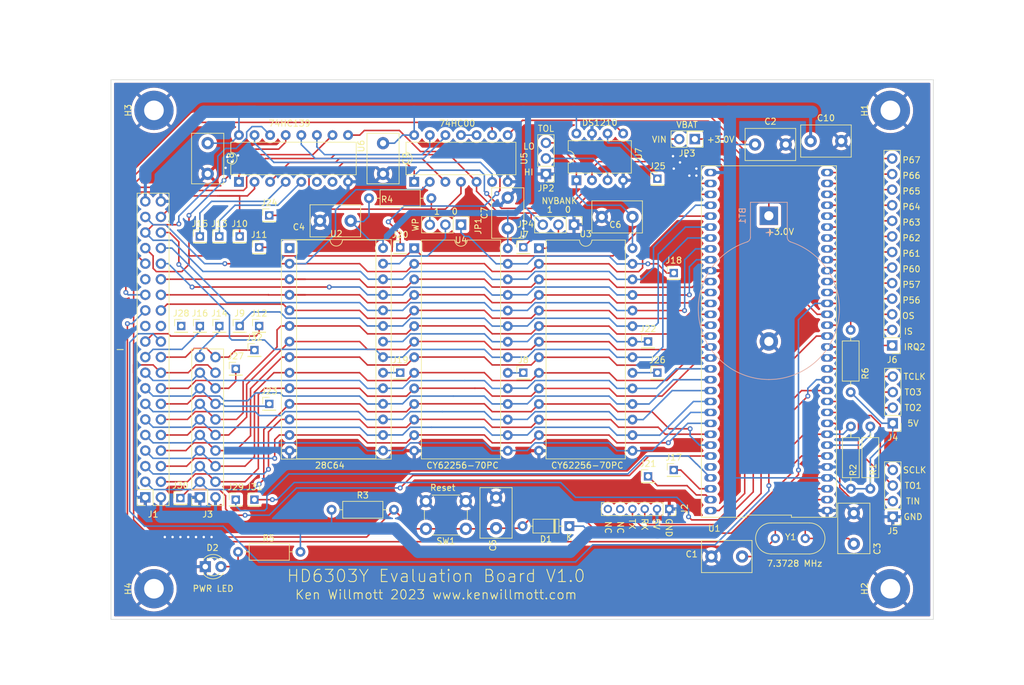
<source format=kicad_pcb>
(kicad_pcb (version 20211014) (generator pcbnew)
  (layers (0 "F.Cu" signal) (31 "B.Cu" signal) (34 "B.Paste" user) (35 "F.Paste" user) (36 "B.SilkS" user "B.Silkscreen") (37 "F.SilkS" user "F.Silkscreen") (38 "B.Mask" user) (39 "F.Mask" user) (44 "Edge.Cuts" user))
  (net 0 "")
  (net 1 "GND")
  (net 2 "Net-(C1-Pad1)")
  (net 3 "MR")
  (net 4 "/A15")
  (net 5 "/A14")
  (net 6 "/A13")
  (net 7 "/A12")
  (net 8 "/A11")
  (net 9 "/A10")
  (net 10 "/A9")
  (net 11 "/A8")
  (net 12 "/A7")
  (net 13 "/A6")
  (net 14 "/A5")
  (net 15 "/A4")
  (net 16 "/A3")
  (net 17 "/A2")
  (net 18 "/A1")
  (net 19 "/A0")
  (net 21 "Net-(C3-Pad1)")
  (net 22 "RES*")
  (net 23 "/D7")
  (net 24 "/D6")
  (net 25 "/D5")
  (net 26 "/D4")
  (net 27 "/D3")
  (net 28 "/D2")
  (net 29 "/D1")
  (net 30 "/D0")
  (net 31 "E")
  (net 32 "R{slash}W*")
  (net 33 "/decode/RAMSEL16K*")
  (net 34 "VCC")
  (net 35 "Net-(JP1-Pad2)")
  (net 36 "Net-(U5-Pad3)")
  (net 37 "Net-(U5-Pad6)")
  (net 38 "Net-(U5-Pad10)")
  (net 39 "Net-(U5-Pad12)")
  (net 40 "Net-(U5-Pad13)")
  (net 41 "Net-(U6-Pad1)")
  (net 44 "NVCC")
  (net 45 "Net-(JP2-Pad2)")
  (net 46 "Net-(BT1-Pad1)")
  (net 47 "NVCE*")
  (net 48 "Net-(JP3-Pad2)")
  (net 50 "Net-(J5-Pad2)")
  (net 51 "Net-(J5-Pad3)")
  (net 52 "Net-(J5-Pad4)")
  (net 53 "Net-(J6-Pad1)")
  (net 54 "Net-(J6-Pad2)")
  (net 55 "Net-(J6-Pad3)")
  (net 56 "Net-(J6-Pad4)")
  (net 57 "Net-(J6-Pad5)")
  (net 58 "Net-(J6-Pad6)")
  (net 59 "Net-(J6-Pad7)")
  (net 60 "Net-(J6-Pad8)")
  (net 61 "Net-(J6-Pad9)")
  (net 62 "Net-(J6-Pad10)")
  (net 63 "Net-(J6-Pad11)")
  (net 64 "Net-(J6-Pad12)")
  (net 65 "Net-(J6-Pad13)")
  (net 68 "STBY*")
  (net 69 "NMI*")
  (net 70 "DIS*")
  (net 71 "BA")
  (net 72 "HALT*")
  (net 73 "BSEL*")
  (net 74 "IOSEL*")
  (net 75 "Net-(D2-Pad2)")
  (net 76 "Net-(JP4-Pad2)")
  (net 79 "Net-(J4-Pad2)")
  (net 80 "Net-(J4-Pad3)")
  (net 81 "Net-(J4-Pad4)")
  (net 82 "Net-(J8-Pad1)")
  (net 83 "/RD")
  (net 84 "/WR")
  (net 85 "Net-(J18-Pad1)")
  (net 86 "/EESEL8K*")
  (net 87 "Net-(J1-Pad24)")
  (net 88 "/PIRQ*")
  (net 89 "/RX")
  (net 90 "/TX")
  (net 91 "Net-(U7-Pad6)")
  (footprint "Package_DIP:DIP-28_W15.24mm_Socket" (layer "F.Cu") (at 85.09 84.455)
    (fp_text reference "U2")
    (fp_text value "28C64")
  )
  (footprint "Connector_PinHeader_2.00mm:PinHeader_1x01_P2.00mm_Vertical" (layer "F.Cu") (at 67.437 97.155)
    (fp_text reference "J28")
    (fp_text value "Conn_01x01_Female" hide)
  )
  (footprint "Capacitor_THT:C_Disc_D8.0mm_W5.0mm_P5.00mm" (layer "F.Cu") (at 170 67)
    (fp_text reference "C10")
    (fp_text value "10uF")
  )
  (footprint "Connector_PinHeader_2.54mm:PinHeader_1x03_P2.54mm_Vertical" (layer "F.Cu") (at 131.445 80.645 -90)
    (fp_text reference "JP4")
    (fp_text value "NVBANK")
  )
  (footprint "Package_DIP:DIP-28_W15.24mm" (layer "F.Cu") (at 125.73 84.48)
    (fp_text reference "U3")
    (fp_text value "CY62256-70PC")
  )
  (footprint "Button_Switch_THT:SW_PUSH_6mm_H5mm" (layer "F.Cu") (at 113.815 130.23 180)
    (fp_text reference "SW1")
    (fp_text value "Reset")
  )
  (footprint "Package_DIP:DIP-14_W7.62mm" (layer "F.Cu") (at 105.405 73.65 90)
    (fp_text reference "U5")
    (fp_text value "74HC00")
  )
  (footprint "Connector_PinHeader_2.00mm:PinHeader_1x01_P2.00mm_Vertical" (layer "F.Cu") (at 123.19 104.775)
    (fp_text reference "J8")
    (fp_text value "Conn_01x01_Female" hide)
  )
  (footprint "Connector_PinHeader_2.00mm:PinHeader_1x01_P2.00mm_Vertical" (layer "F.Cu") (at 70.485 82.55)
    (fp_text reference "J15")
    (fp_text value "Conn_01x01_Female" hide)
  )
  (footprint "Diode_THT:D_DO-35_SOD27_P7.62mm_Horizontal" (layer "F.Cu") (at 130.683 129.794 180)
    (fp_text reference "D1")
    (fp_text value "1N914")
  )
  (footprint "Capacitor_THT:C_Disc_D8.0mm_W5.0mm_P5.00mm" (layer "F.Cu") (at 120.65 81.24 90)
    (fp_text reference "C7")
    (fp_text value "100nF")
  )
  (footprint "Connector_PinHeader_2.54mm:PinHeader_1x13_P2.54mm_Vertical" (layer "F.Cu") (at 183.2864 100.33 180)
    (fp_text reference "J6")
    (fp_text value "Conn_01x13")
  )
  (footprint "Connector_PinHeader_2.00mm:PinHeader_1x01_P2.00mm_Vertical" (layer "F.Cu") (at 103.124 84.328)
    (fp_text reference "J20")
    (fp_text value "Conn_01x01_Female" hide)
  )
  (footprint "Connector_PinHeader_2.00mm:PinHeader_1x01_P2.00mm_Vertical" (layer "F.Cu") (at 67.31 125.222)
    (fp_text reference "J30")
    (fp_text value "Conn_01x01_Female" hide)
  )
  (footprint "Crystal:Crystal_HC49-U_Vertical" (layer "F.Cu") (at 169.1248 131.8006 180)
    (fp_text reference "Y1")
    (fp_text value "7.3728 MHz")
  )
  (footprint "Capacitor_THT:C_Disc_D8.0mm_W5.0mm_P5.00mm" (layer "F.Cu") (at 177.038 132.675 90)
    (fp_text reference "C3")
    (fp_text value "18pF")
  )
  (footprint "Connector_PinHeader_2.00mm:PinHeader_1x01_P2.00mm_Vertical" (layer "F.Cu") (at 79.375 101.092)
    (fp_text reference "J32")
    (fp_text value "Conn_01x01_Female" hide)
  )
  (footprint "Connector_PinHeader_2.54mm:PinHeader_1x03_P2.54mm_Vertical" (layer "F.Cu") (at 113.03 80.645 -90)
    (fp_text reference "JP1")
    (fp_text value "WP")
  )
  (footprint "Connector_PinHeader_2.00mm:PinHeader_1x01_P2.00mm_Vertical" (layer "F.Cu") (at 76.962 97.155)
    (fp_text reference "J9")
    (fp_text value "Conn_01x01_Female" hide)
  )
  (footprint "Connector_PinHeader_2.00mm:PinHeader_1x01_P2.00mm_Vertical" (layer "F.Cu") (at 79.375 125.476)
    (fp_text reference "J31")
    (fp_text value "Conn_01x01_Female" hide)
  )
  (footprint "MountingHole:MountingHole_3.2mm_M3_Pad" (layer "F.Cu") (at 183 62 90)
    (fp_text reference "H1")
    (fp_text value "MountingHole_Pad" hide)
  )
  (footprint "Resistor_THT:R_Axial_DIN0207_L6.3mm_D2.5mm_P10.16mm_Horizontal" (layer "F.Cu") (at 179.7304 123.698 90)
    (fp_text reference "R1")
    (fp_text value "1k")
  )
  (footprint "Resistor_THT:R_Axial_DIN0207_L6.3mm_D2.5mm_P10.16mm_Horizontal" (layer "F.Cu") (at 86.868 133.985 180)
    (fp_text reference "R5")
    (fp_text value "10K")
  )
  (footprint "Connector_PinHeader_2.00mm:PinHeader_1x01_P2.00mm_Vertical" (layer "F.Cu") (at 76.327 104.14)
    (fp_text reference "J27")
    (fp_text value "Conn_01x01_Female" hide)
  )
  (footprint "Resistor_THT:R_Axial_DIN0207_L6.3mm_D2.5mm_P10.16mm_Horizontal" (layer "F.Cu") (at 176.5554 123.698 90)
    (fp_text reference "R2")
    (fp_text value "1k")
  )
  (footprint "Connector_PinHeader_2.00mm:PinHeader_1x01_P2.00mm_Vertical" (layer "F.Cu") (at 145.034 73.152)
    (fp_text reference "J25")
    (fp_text value "Conn_01x01_Female" hide)
  )
  (footprint "Capacitor_THT:C_Disc_D8.0mm_W5.0mm_P5.00mm" (layer "F.Cu") (at 140.97 79.375 180)
    (fp_text reference "C6")
    (fp_text value "100nF")
  )
  (footprint "Capacitor_THT:C_Disc_D8.0mm_W5.0mm_P5.00mm" (layer "F.Cu") (at 118.745 130.135 90)
    (fp_text reference "C5")
    (fp_text value "10uF")
  )
  (footprint "Connector_PinHeader_2.00mm:PinHeader_1x01_P2.00mm_Vertical" (layer "F.Cu") (at 147.701 88.519)
    (fp_text reference "J18")
    (fp_text value "Conn_01x01_Female" hide)
  )
  (footprint "Capacitor_THT:C_Disc_D8.0mm_W5.0mm_P5.00mm" (layer "F.Cu") (at 71.755 67.35 -90)
    (fp_text reference "C8")
    (fp_text value "100nF")
  )
  (footprint "Connector_PinSocket_2.00mm:PinSocket_1x06_P2.00mm_Vertical" (layer "F.Cu") (at 146.97 127 -90)
    (fp_text reference "J2")
    (fp_text value "Conn_01x06" hide)
  )
  (footprint "MountingHole:MountingHole_3.2mm_M3_Pad" (layer "F.Cu") (at 183 140 90)
    (fp_text reference "H2")
    (fp_text value "MountingHole_Pad" hide)
  )
  (footprint "Connector_PinSocket_2.54mm:PinSocket_2x10_P2.54mm_Vertical" (layer "F.Cu") (at 70.485 125.095 180)
    (fp_text reference "J3")
    (fp_text value "Conn_02x10_Odd_Even" hide)
  )
  (footprint "Package_DIP:DIP-8_W7.62mm" (layer "F.Cu") (at 131.836 73.396 90)
    (fp_text reference "U7")
    (fp_text value "DS1210")
  )
  (footprint "Capacitor_THT:C_Disc_D8.0mm_W5.0mm_P5.00mm" (layer "F.Cu") (at 158.837 134.747 180)
    (fp_text reference "C1")
    (fp_text value "15pF")
  )
  (footprint "Connector_PinSocket_2.54mm:PinSocket_2x20_P2.54mm_Vertical" (layer "F.Cu") (at 61.595 125.095 180)
    (fp_text reference "J1")
    (fp_text value "Conn_02x20_Odd_Even" hide)
  )
  (footprint "Library:DIP-64_HD63C03" (layer "F.Cu") (at 163.195 99.695 90)
    (fp_text reference "U1")
    (fp_text value "HD63C03Y")
  )
  (footprint "Connector_PinHeader_2.54mm:PinHeader_1x04_P2.54mm_Vertical" (layer "F.Cu") (at 183.388 113.02 180)
    (fp_text reference "J4")
    (fp_text value "Conn_01x04" hide)
  )
  (footprint "Connector_PinHeader_2.00mm:PinHeader_1x01_P2.00mm_Vertical" (layer "F.Cu") (at 80.137 84.328)
    (fp_text reference "J11")
    (fp_text value "Conn_01x01_Female" hide)
  )
  (footprint "Connector_PinHeader_2.00mm:PinHeader_1x01_P2.00mm_Vertical" (layer "F.Cu") (at 143.51 99.695)
    (fp_text reference "J22")
    (fp_text value "Conn_01x01_Female" hide)
  )
  (footprint "Connector_PinHeader_2.54mm:PinHeader_1x04_P2.54mm_Vertical" (layer "F.Cu") (at 183.388 128.26 180)
    (fp_text reference "J5")
    (fp_text value "Conn_01x04" hide)
  )
  (footprint "Connector_PinHeader_2.00mm:PinHeader_1x01_P2.00mm_Vertical" (layer "F.Cu") (at 123.19 84.328)
    (fp_text reference "J7")
    (fp_text value "Conn_01x01_Female" hide)
  )
  (footprint "Connector_PinHeader_2.00mm:PinHeader_1x01_P2.00mm_Vertical" (layer "F.Cu") (at 76.962 82.55)
    (fp_text reference "J10")
    (fp_text value "Conn_01x01_Female" hide)
  )
  (footprint "Connector_PinHeader_2.54mm:PinHeader_2x01_P2.54mm_Vertical" (layer "F.Cu") (at 151.135 66.675 180)
    (fp_text reference "JP3")
    (fp_text value "VBAT")
  )
  (footprint "Connector_PinHeader_2.00mm:PinHeader_1x01_P2.00mm_Vertical" (layer "F.Cu") (at 70.485 97.155)
    (fp_text reference "J16")
    (fp_text value "Conn_01x01_Female" hide)
  )
  (footprint "Connector_PinHeader_2.00mm:PinHeader_1x01_P2.00mm_Vertical" (layer "F.Cu") (at 103.124 104.775)
    (fp_text reference "J19")
    (fp_text value "Conn_01x01_Female" hide)
  )
  (footprint "Connector_PinHeader_2.00mm:PinHeader_1x01_P2.00mm_Vertical" (layer "F.Cu") (at 76.327 125.476)
    (fp_text reference "J29")
    (fp_text value "Conn_01x01_Female" hide)
  )
  (footprint "Resistor_THT:R_Axial_DIN0207_L6.3mm_D2.5mm_P10.16mm_Horizontal" (layer "F.Cu") (at 176.53 107.95 90)
    (fp_text reference "R6")
    (fp_text value "1k")
  )
  (footprint "Connector_PinHeader_2.00mm:PinHeader_1x01_P2.00mm_Vertical" (layer "F.Cu") (at 145.034 104.775)
    (fp_text reference "J26")
    (fp_text value "Conn_01x01_Female" hide)
  )
  (footprint "MountingHole:MountingHole_3.2mm_M3_Pad" (layer "F.Cu") (at 63 140 90)
    (fp_text reference "H4")
    (fp_text value "MountingHole_Pad" hide)
  )
  (footprint "Connector_PinHeader_2.00mm:PinHeader_1x01_P2.00mm_Vertical" (layer "F.Cu") (at 143.51 121.666)
    (fp_text reference "J21")
    (fp_text value "Conn_01x01_Female" hide)
  )
  (footprint "MountingHole:MountingHole_3.2mm_M3_Pad" (layer "F.Cu") (at 63 62 90)
    (fp_text reference "H3")
    (fp_text value "MountingHole_Pad" hide)
  )
  (footprint "Connector_PinHeader_2.00mm:PinHeader_1x01_P2.00mm_Vertical" (layer "F.Cu") (at 73.66 82.55)
    (fp_text reference "J13")
    (fp_text value "Conn_01x01_Female" hide)
  )
  (footprint "Connector_PinHeader_2.00mm:PinHeader_1x01_P2.00mm_Vertical" (layer "F.Cu") (at 147.701 120.65)
    (fp_text reference "J17")
    (fp_text value "Conn_01x01_Female" hide)
  )
  (footprint "Package_DIP:DIP-16_W7.62mm" (layer "F.Cu") (at 76.85 73.65 90)
    (fp_text reference "U6")
    (fp_text value "74HC139")
  )
  (footprint "Resistor_THT:R_Axial_DIN0207_L6.3mm_D2.5mm_P10.16mm_Horizontal" (layer "F.Cu") (at 91.948 127.127)
    (fp_text reference "R3")
    (fp_text value "10k")
  )
  (footprint "Capacitor_THT:C_Disc_D8.0mm_W5.0mm_P5.00mm" (layer "F.Cu") (at 160.949 67.564)
    (fp_text reference "C2")
    (fp_text value "100nF")
  )
  (footprint "Capacitor_THT:C_Disc_D8.0mm_W5.0mm_P5.00mm" (layer "F.Cu") (at 95.0576 80.01 180)
    (fp_text reference "C4")
    (fp_text value "100nF")
  )
  (footprint "Connector_PinHeader_2.00mm:PinHeader_1x01_P2.00mm_Vertical" (layer "F.Cu") (at 81.788 109.855)
    (fp_text reference "J23")
    (fp_text value "Conn_01x01_Female" hide)
  )
  (footprint "Resistor_THT:R_Axial_DIN0207_L6.3mm_D2.5mm_P10.16mm_Horizontal" (layer "F.Cu") (at 98.044 76.327)
    (fp_text reference "R4")
    (fp_text value "470R")
  )
  (footprint "LED_THT:LED_D3.0mm" (layer "F.Cu") (at 71.369 136.398)
    (fp_text reference "D2")
    (fp_text value "PWR LED")
  )
  (footprint "Connector_PinHeader_2.00mm:PinHeader_1x01_P2.00mm_Vertical" (layer "F.Cu") (at 73.66 97.155)
    (fp_text reference "J14")
    (fp_text value "Conn_01x01_Female" hide)
  )
  (footprint "Connector_PinHeader_2.00mm:PinHeader_1x01_P2.00mm_Vertical" (layer "F.Cu") (at 80.137 97.155)
    (fp_text reference "J12")
    (fp_text value "Conn_01x01_Female" hide)
  )
  (footprint "Connector_PinHeader_2.00mm:PinHeader_1x01_P2.00mm_Vertical" (layer "F.Cu") (at 81.788 79.121)
    (fp_text reference "J24")
    (fp_text value "Conn_01x01_Female" hide)
  )
  (footprint "Connector_PinHeader_2.54mm:PinHeader_1x03_P2.54mm_Vertical" (layer "F.Cu") (at 126.873 72.375 180)
    (fp_text reference "JP2")
    (fp_text value "TOL")
  )
  (footprint "Capacitor_THT:C_Disc_D8.0mm_W5.0mm_P5.00mm" (layer "F.Cu") (at 100.33 67.35 -90)
    (fp_text reference "C9")
    (fp_text value "100nF")
  )
  (footprint "Package_DIP:DIP-28_W15.24mm" (layer "F.Cu") (at 105.41 84.48)
    (fp_text reference "U4")
    (fp_text value "CY62256-70PC")
  )
  (footprint "Battery:BatteryHolder_Keystone_103_1x20mm" (layer "B.Cu") (at 163.195 79.187584 -90)
    (fp_text reference "BT1")
    (fp_text value "3.0V")
  )
  (gr_line (start 57 101) (end 58 101) (layer "F.SilkS") (width 0.15))
  (gr_line (start 56 145) (end 190 145) (layer "Edge.Cuts") (width 0.1))
  (gr_line (start 56 57) (end 190 57) (layer "Edge.Cuts") (width 0.1))
  (gr_line (start 56 145) (end 56 57) (layer "Edge.Cuts") (width 0.1))
  (gr_line (start 190 57) (end 190 145) (layer "Edge.Cuts") (width 0.1))
  (gr_text "TIN" (at 186.69 125.73) (layer "F.SilkS") (effects (font (size 1 1))))
  (gr_text "P62" (at 186.436 82.804) (layer "F.SilkS") (effects (font (size 1 1))))
  (gr_text "1" (at 127.508 78.1812) (layer "F.SilkS") (effects (font (size 1 1))))
  (gr_text "GND" (at 146.9136 130.048 -90) (layer "F.SilkS") (effects (font (size 1 1))))
  (gr_text "VIN" (at 145.3388 66.7512) (layer "F.SilkS") (effects (font (size 1 1))))
  (gr_text "P63" (at 186.436 80.264) (layer "F.SilkS") (effects (font (size 1 1))))
  (gr_text "TO3" (at 186.69 107.95) (layer "F.SilkS") (effects (font (size 1 1))))
  (gr_text "+3.0V" (at 155.3464 66.7512) (layer "F.SilkS") (effects (font (size 1 1))))
  (gr_text "Ken Willmott 2023 www.kenwillmott.com" (at 108.966 140.97) (layer "F.SilkS") (effects (font (size 1.5 1.5))))
  (gr_text "NC" (at 137 130 -90) (layer "F.SilkS") (effects (font (size 1 1))))
  (gr_text "P56" (at 186.436 92.964) (layer "F.SilkS") (effects (font (size 1 1))))
  (gr_text "P66" (at 186.436 72.644) (layer "F.SilkS") (effects (font (size 1 1))))
  (gr_text "P61" (at 186.436 85.344) (layer "F.SilkS") (effects (font (size 1 1))))
  (gr_text "HD6303Y Evaluation Board V1.0" (at 108.966 137.922) (layer "F.SilkS") (effects (font (size 2 2))))
  (gr_text "TO2" (at 186.69 110.49) (layer "F.SilkS") (effects (font (size 1 1))))
  (gr_text "P67" (at 186.436 70.104) (layer "F.SilkS") (effects (font (size 1 1))))
  (gr_text "SCLK" (at 186.944 120.65) (layer "F.SilkS") (effects (font (size 1 1))))
  (gr_text "LO" (at 124.1044 67.8688) (layer "F.SilkS") (effects (font (size 1 1))))
  (gr_text "GND" (at 186.69 128.27) (layer "F.SilkS") (effects (font (size 1 1))))
  (gr_text "P64" (at 186.436 77.724) (layer "F.SilkS") (effects (font (size 1 1))))
  (gr_text "IS" (at 185.928 98.044) (layer "F.SilkS") (effects (font (size 1 1))))
  (gr_text "0" (at 112.014 78.486) (layer "F.SilkS") (effects (font (size 1 1))))
  (gr_text "HI" (at 124.0536 72.0852) (layer "F.SilkS") (effects (font (size 1 1))))
  (gr_text "TO1" (at 186.69 123.19) (layer "F.SilkS") (effects (font (size 1 1))))
  (gr_text "RX" (at 142.9512 129.4892 -90) (layer "F.SilkS") (effects (font (size 1 1))))
  (gr_text "TX" (at 140.9192 129.4384 -90) (layer "F.SilkS") (effects (font (size 1 1))))
  (gr_text "5V" (at 186.69 113.03) (layer "F.SilkS") (effects (font (size 1 1))))
  (gr_text "TCLK" (at 186.944 105.41) (layer "F.SilkS") (effects (font (size 1 1))))
  (gr_text "5V" (at 144.8816 129.4384 -90) (layer "F.SilkS") (effects (font (size 1 1))))
  (gr_text "NC" (at 139 130 -90) (layer "F.SilkS") (effects (font (size 1 1))))
  (gr_text "0" (at 130.4544 78.1812) (layer "F.SilkS") (effects (font (size 1 1))))
  (gr_text "IRQ2" (at 186.944 100.584) (layer "F.SilkS") (effects (font (size 1 1))))
  (gr_text "P65" (at 186.436 75.184) (layer "F.SilkS") (effects (font (size 1 1))))
  (gr_text "P57" (at 186.436 90.424) (layer "F.SilkS") (effects (font (size 1 1))))
  (gr_text "+3.0V" (at 165.0492 81.788) (layer "F.SilkS") (effects (font (size 1 1))))
  (gr_text "OS" (at 185.928 95.504) (layer "F.SilkS") (effects (font (size 1 1))))
  (gr_text "1" (at 109.1184 78.486) (layer "F.SilkS") (effects (font (size 1 1))))
  (gr_text "P60" (at 186.436 87.884) (layer "F.SilkS") (effects (font (size 1 1))))
  (via (at 76.708 69.342) (size 0.8) (drill 0.4) (layers "F.Cu" "B.Cu") (net 1))
  (via (at 68.58 131.572) (size 0.8) (drill 0.4) (layers "F.Cu" "B.Cu") (net 1))
  (via (at 148.717 70.485) (size 0.8) (drill 0.4) (layers "F.Cu" "B.Cu") (net 1))
  (via (at 151.384 72.644) (size 0.8) (drill 0.4) (layers "F.Cu" "B.Cu") (net 1))
  (via (at 75.692 70.358) (size 0.8) (drill 0.4) (layers "F.Cu" "B.Cu") (net 1))
  (via (at 123.19 82.55) (size 0.8) (drill 0.4) (layers "F.Cu" "B.Cu") (net 1))
  (via (at 150.241 72.644) (size 0.8) (drill 0.4) (layers "F.Cu" "B.Cu") (net 1))
  (via (at 123.19 80.01) (size 0.8) (drill 0.4) (layers "F.Cu" "B.Cu") (net 1))
  (via (at 71.12 131.572) (size 0.8) (drill 0.4) (layers "F.Cu" "B.Cu") (net 1))
  (via (at 67.31 131.572) (size 0.8) (drill 0.4) (layers "F.Cu" "B.Cu") (net 1))
  (via (at 149.733 69.469) (size 0.8) (drill 0.4) (layers "F.Cu" "B.Cu") (net 1))
  (via (at 74.93 69.596) (size 0.8) (drill 0.4) (layers "F.Cu" "B.Cu") (net 1))
  (via (at 72.39 131.572) (size 0.8) (drill 0.4) (layers "F.Cu" "B.Cu") (net 1))
  (via (at 69.85 131.572) (size 0.8) (drill 0.4) (layers "F.Cu" "B.Cu") (net 1))
  (via (at 66.04 131.572) (size 0.8) (drill 0.4) (layers "F.Cu" "B.Cu") (net 1))
  (via (at 123.19 81.28) (size 0.8) (drill 0.4) (layers "F.Cu" "B.Cu") (net 1))
  (via (at 147.574 69.469) (size 0.8) (drill 0.4) (layers "F.Cu" "B.Cu") (net 1))
  (via (at 151.384 71.501) (size 0.8) (drill 0.4) (layers "F.Cu" "B.Cu") (net 1))
  (via (at 74.676 71.374) (size 0.8) (drill 0.4) (layers "F.Cu" "B.Cu") (net 1))
  (via (at 147.701 71.501) (size 0.8) (drill 0.4) (layers "F.Cu" "B.Cu") (net 1))
  (via (at 64.77 131.572) (size 0.8) (drill 0.4) (layers "F.Cu" "B.Cu") (net 1))
  (segment (start 120.65 73.655) (end 120.645 73.65) (width 0.25) (layer "B.Cu") (net 1))
  (segment (start 170.307 123.698) (end 164.2448 129.7602) (width 0.25) (layer "F.Cu") (net 2))
  (segment (start 161.2984 134.747) (end 164.2448 131.8006) (width 0.25) (layer "F.Cu") (net 2))
  (segment (start 158.837 134.747) (end 161.2984 134.747) (width 0.25) (layer "F.Cu") (net 2))
  (segment (start 164.2448 129.7602) (end 164.2448 131.8006) (width 0.25) (layer "F.Cu") (net 2))
  (segment (start 172.695 123.698) (end 170.307 123.698) (width 0.25) (layer "F.Cu") (net 2))
  (segment (start 172.695 95.25) (end 171.069 95.25) (width 0.25) (layer "F.Cu") (net 3))
  (segment (start 153.67 62.992) (end 69.468282 62.992) (width 0.25) (layer "F.Cu") (net 3))
  (segment (start 171.069 95.25) (end 166.751 90.932) (width 0.25) (layer "F.Cu") (net 3))
  (segment (start 166.751 90.932) (end 166.751 76.073) (width 0.25) (layer "F.Cu") (net 3))
  (segment (start 58.42 74.040282) (end 58.42 91.694) (width 0.25) (layer "F.Cu") (net 3))
  (segment (start 69.468282 62.992) (end 58.42 74.040282) (width 0.25) (layer "F.Cu") (net 3))
  (segment (start 166.751 76.073) (end 153.67 62.992) (width 0.25) (layer "F.Cu") (net 3))
  (via (at 58.42 91.694) (size 0.8) (drill 0.4) (layers "F.Cu" "B.Cu") (net 3))
  (segment (start 58.42 91.694) (end 58.801 92.075) (width 0.25) (layer "B.Cu") (net 3))
  (segment (start 58.801 92.075) (end 61.595 92.075) (width 0.25) (layer "B.Cu") (net 3))
  (segment (start 92.456 69.215) (end 111.13 69.215) (width 0.25) (layer "F.Cu") (net 4))
  (segment (start 78.105 72.898) (end 81.153 69.85) (width 0.25) (layer "F.Cu") (net 4))
  (segment (start 59.944 85.344) (end 59.944 75.184) (width 0.25) (layer "F.Cu") (net 4))
  (segment (start 111.13 69.215) (end 115.565 73.65) (width 0.25) (layer "F.Cu") (net 4))
  (segment (start 124.46 83.058) (end 123.19 84.328) (width 0.25) (layer "F.Cu") (net 4))
  (segment (start 148.4884 73.914) (end 146.2024 76.2) (width 0.25) (layer "F.Cu") (net 4))
  (segment (start 115.565 73.65) (end 115.565 75.179) (width 0.25) (layer "F.Cu") (net 4))
  (segment (start 60.579 74.549) (end 67.437 74.549) (width 0.25) (layer "F.Cu") (net 4))
  (segment (start 91.821 69.85) (end 92.456 69.215) (width 0.25) (layer "F.Cu") (net 4))
  (segment (start 133.35 76.2) (end 130.81 78.74) (width 0.25) (layer "F.Cu") (net 4))
  (segment (start 78.105 74.549) (end 78.105 72.898) (width 0.25) (layer "F.Cu") (net 4))
  (segment (start 59.944 75.184) (end 60.579 74.549) (width 0.25) (layer "F.Cu") (net 4))
  (segment (start 124.46 78.74) (end 124.46 83.058) (width 0.25) (layer "F.Cu") (net 4))
  (segment (start 67.437 74.549) (end 67.945 75.057) (width 0.25) (layer "F.Cu") (net 4))
  (segment (start 77.597 75.057) (end 78.105 74.549) (width 0.25) (layer "F.Cu") (net 4))
  (segment (start 81.153 69.85) (end 91.821 69.85) (width 0.25) (layer "F.Cu") (net 4))
  (segment (start 146.2024 76.2) (end 133.35 76.2) (width 0.25) (layer "F.Cu") (net 4))
  (segment (start 153.695 73.914) (end 148.4884 73.914) (width 0.25) (layer "F.Cu") (net 4))
  (segment (start 130.81 78.74) (end 123.19 78.74) (width 0.25) (layer "F.Cu") (net 4))
  (segment (start 67.945 75.057) (end 77.597 75.057) (width 0.25) (layer "F.Cu") (net 4))
  (segment (start 119.126 78.74) (end 123.19 78.74) (width 0.25) (layer "F.Cu") (net 4))
  (segment (start 61.595 86.995) (end 59.944 85.344) (width 0.25) (layer "F.Cu") (net 4))
  (segment (start 115.565 75.179) (end 119.126 78.74) (width 0.25) (layer "F.Cu") (net 4))
  (segment (start 61.595 84.455) (end 62.865 85.725) (width 0.25) (layer "F.Cu") (net 5))
  (segment (start 63.399011 88.291011) (end 67.537989 88.291011) (width 0.25) (layer "F.Cu") (net 5))
  (segment (start 68.707 85.725) (end 104.14 85.725) (width 0.25) (layer "F.Cu") (net 5))
  (segment (start 147.828 75.692) (end 137.795 85.725) (width 0.25) (layer "F.Cu") (net 5))
  (segment (start 68.707 85.344) (end 68.707 85.725) (width 0.25) (layer "F.Cu") (net 5))
  (segment (start 83.312 68.326) (end 79.502 68.326) (width 0.25) (layer "F.Cu") (net 5))
  (segment (start 62.865 85.725) (end 62.865 87.757) (width 0.25) (layer "F.Cu") (net 5))
  (segment (start 62.865 87.757) (end 63.399011 88.291011) (width 0.25) (layer "F.Cu") (net 5))
  (segment (start 84.47 67.168) (end 83.312 68.326) (width 0.25) (layer "F.Cu") (net 5))
  (segment (start 84.47 66.03) (end 84.47 67.168) (width 0.25) (layer "F.Cu") (net 5))
  (segment (start 68.707 87.122) (end 68.707 85.344) (width 0.25) (layer "F.Cu") (net 5))
  (segment (start 79.502 68.326) (end 74.422 73.406) (width 0.25) (layer "F.Cu") (net 5))
  (segment (start 68.707 79.121) (end 68.707 85.344) (width 0.25) (layer "F.Cu") (net 5))
  (segment (start 153.695 75.692) (end 147.828 75.692) (width 0.25) (layer "F.Cu") (net 5))
  (segment (start 74.422 73.406) (end 74.422 73.533) (width 0.25) (layer "F.Cu") (net 5))
  (segment (start 137.795 85.725) (end 106.655 85.725) (width 0.25) (layer "F.Cu") (net 5))
  (segment (start 104.14 85.725) (end 105.385 84.48) (width 0.25) (layer "F.Cu") (net 5))
  (segment (start 67.537989 88.291011) (end 68.707 87.122) (width 0.25) (layer "F.Cu") (net 5))
  (segment (start 105.41 84.48) (end 105.41 84.455) (width 0.25) (layer "F.Cu") (net 5))
  (segment (start 106.655 85.725) (end 105.41 84.48) (width 0.25) (layer "F.Cu") (net 5))
  (segment (start 105.385 84.48) (end 105.41 84.48) (width 0.25) (layer "F.Cu") (net 5))
  (via (at 68.707 79.121) (size 0.8) (drill 0.4) (layers "F.Cu" "B.Cu") (net 5))
  (via (at 74.422 73.406) (size 0.8) (drill 0.4) (layers "F.Cu" "B.Cu") (net 5))
  (segment (start 68.707 79.121) (end 74.422 73.406) (width 0.25) (layer "B.Cu") (net 5))
  (segment (start 66.929 80.645) (end 62.865 80.645) (width 0.25) (layer "F.Cu") (net 6))
  (segment (start 67.056 80.518) (end 66.929 80.645) (width 0.25) (layer "F.Cu") (net 6))
  (segment (start 62.865 80.645) (end 61.595 81.915) (width 0.25) (layer "F.Cu") (net 6))
  (via (at 67.056 80.518) (size 0.8) (drill 0.4) (layers "F.Cu" "B.Cu") (net 6))
  (segment (start 65.913 83.185) (end 62.865 83.185) (width 0.25) (layer "B.Cu") (net 6))
  (segment (start 104.78 88.28) (end 103.525 89.535) (width 0.25) (layer "B.Cu") (net 6))
  (segment (start 118.125 89.56) (end 116.845 88.28) (width 0.25) (layer "B.Cu") (net 6))
  (segment (start 81.93 66.03) (end 80.543 64.643) (width 0.25) (layer "B.Cu") (net 6))
  (segment (start 97.917 89.535) (end 96.647 88.265) (width 0.25) (layer "B.Cu") (net 6))
  (segment (start 96.647 88.265) (end 70.993 88.265) (width 0.25) (layer "B.Cu") (net 6))
  (segment (start 116.845 88.28) (end 104.78 88.28) (width 0.25) (layer "B.Cu") (net 6))
  (segment (start 140.97 89.56) (end 142.469 89.56) (width 0.25) (layer "B.Cu") (net 6))
  (segment (start 67.056 79.248) (end 67.056 80.518) (width 0.25) (layer "B.Cu") (net 6))
  (segment (start 125.105 88.27) (end 123.85 89.525) (width 0.25) (layer "B.Cu") (net 6))
  (segment (start 103.525 89.535) (end 100.33 89.535) (width 0.25) (layer "B.Cu") (net 6))
  (segment (start 74.676 68.199) (end 73.406 69.469) (width 0.25) (layer "B.Cu") (net 6))
  (segment (start 70.993 88.265) (end 65.913 83.185) (width 0.25) (layer "B.Cu") (net 6))
  (segment (start 142.469 89.56) (end 144.399 87.63) (width 0.25) (layer "B.Cu") (net 6))
  (segment (start 76.3905 68.199) (end 74.676 68.199) (width 0.25) (layer "B.Cu") (net 6))
  (segment (start 78.994 64.643) (end 78.105 65.532) (width 0.25) (layer "B.Cu") (net 6))
  (segment (start 151.257 77.47) (end 153.695 77.47) (width 0.25) (layer "B.Cu") (net 6))
  (segment (start 100.33 89.535) (end 97.917 89.535) (width 0.25) (layer "B.Cu") (net 6))
  (segment (start 73.406 72.898) (end 67.056 79.248) (width 0.25) (layer "B.Cu") (net 6))
  (segment (start 138.45 89.55) (end 137.17 88.27) (width 0.25) (layer "B.Cu") (net 6))
  (segment (start 140.975 89.55) (end 138.45 89.55) (width 0.25) (layer "B.Cu") (net 6))
  (segment (start 144.399 87.63) (end 144.399 84.328) (width 0.25) (layer "B.Cu") (net 6))
  (segment (start 144.399 84.328) (end 151.257 77.47) (width 0.25) (layer "B.Cu") (net 6))
  (segment (start 62.865 83.185) (end 61.595 81.915) (width 0.25) (layer "B.Cu") (net 6))
  (segment (start 73.406 69.469) (end 73.406 72.898) (width 0.25) (layer "B.Cu") (net 6))
  (segment (start 78.105 66.4845) (end 76.3905 68.199) (width 0.25) (layer "B.Cu") (net 6))
  (segment (start 137.17 88.27) (end 125.105 88.27) (width 0.25) (layer "B.Cu") (net 6))
  (segment (start 120.65 89.56) (end 118.125 89.56) (width 0.25) (layer "B.Cu") (net 6))
  (segment (start 78.105 65.532) (end 78.105 66.4845) (width 0.25) (layer "B.Cu") (net 6))
  (segment (start 123.85 89.525) (end 120.655 89.525) (width 0.25) (layer "B.Cu") (net 6))
  (segment (start 80.543 64.643) (end 78.994 64.643) (width 0.25) (layer "B.Cu") (net 6))
  (segment (start 147.955 79.248) (end 153.695 79.248) (width 0.25) (layer "F.Cu") (net 7))
  (segment (start 85.09 86.995) (end 96.51 86.995) (width 0.25) (layer "F.Cu") (net 7))
  (segment (start 124.475 88.27) (end 125.735 87.01) (width 0.25) (layer "F.Cu") (net 7))
  (segment (start 74.559 87.005) (end 74.549 86.995) (width 0.25) (layer "F.Cu") (net 7))
  (segment (start 104.15 88.28) (end 105.41 87.02) (width 0.25) (layer "F.Cu") (net 7))
  (segment (start 138.435 88.305) (end 141.986 88.305) (width 0.25) (layer "F.Cu") (net 7))
  (segment (start 141.986 88.305) (end 142.621 87.67) (width 0.25) (layer "F.Cu") (net 7))
  (segment (start 125.73 87.02) (end 137.15 87.02) (width 0.25) (layer "F.Cu") (net 7))
  (segment (start 142.621 87.67) (end 142.621 84.582) (width 0.25) (layer "F.Cu") (net 7))
  (segment (start 116.835 86.985) (end 118.12 88.27) (width 0.25) (layer "F.Cu") (net 7))
  (segment (start 142.621 84.582) (end 147.955 79.248) (width 0.25) (layer "F.Cu") (net 7))
  (segment (start 97.795 88.28) (end 104.15 88.28) (width 0.25) (layer "F.Cu") (net 7))
  (segment (start 105.415 86.985) (end 116.835 86.985) (width 0.25) (layer "F.Cu") (net 7))
  (segment (start 118.12 88.27) (end 124.475 88.27) (width 0.25) (layer "F.Cu") (net 7))
  (segment (start 96.51 86.995) (end 97.795 88.28) (width 0.25) (layer "F.Cu") (net 7))
  (segment (start 87.6791 87.005) (end 74.559 87.005) (width 0.25) (layer "F.Cu") (net 7))
  (segment (start 137.15 87.02) (end 138.435 88.305) (width 0.25) (layer "F.Cu") (net 7))
  (via (at 74.549 86.995) (size 0.8) (drill 0.4) (layers "F.Cu" "B.Cu") (net 7))
  (segment (start 107.945 73.65) (end 106.665 74.93) (width 0.25) (layer "B.Cu") (net 7))
  (segment (start 71.247 86.995) (end 64.897 80.645) (width 0.25) (layer "B.Cu") (net 7))
  (segment (start 106.665 74.93) (end 95.885 74.93) (width 0.25) (layer "B.Cu") (net 7))
  (segment (start 74.549 86.995) (end 71.247 86.995) (width 0.25) (layer "B.Cu") (net 7))
  (segment (start 87.757 86.995) (end 85.09 86.995) (width 0.25) (layer "B.Cu") (net 7))
  (segment (start 92.583 82.169) (end 87.757 86.995) (width 0.25) (layer "B.Cu") (net 7))
  (segment (start 92.583 78.232) (end 92.583 82.169) (width 0.25) (layer "B.Cu") (net 7))
  (segment (start 95.885 74.93) (end 92.583 78.232) (width 0.25) (layer "B.Cu") (net 7))
  (segment (start 62.865 80.645) (end 61.595 79.375) (width 0.25) (layer "B.Cu") (net 7))
  (segment (start 64.897 80.645) (end 62.865 80.645) (width 0.25) (layer "B.Cu") (net 7))
  (segment (start 78.232 75.946) (end 73.406 75.946) (width 0.25) (layer "F.Cu") (net 8))
  (segment (start 73.66 75.946) (end 76.962 75.946) (width 0.25) (layer "F.Cu") (net 8))
  (segment (start 67.564 75.946) (end 64.135 79.375) (width 0.25) (layer "F.Cu") (net 8))
  (segment (start 76.962 75.946) (end 76.962 82.423) (width 0.25) (layer "F.Cu") (net 8))
  (segment (start 79.39 73.65) (end 79.39 74.788) (width 0.25) (layer "F.Cu") (net 8))
  (segment (start 79.39 74.788) (end 78.232 75.946) (width 0.25) (layer "F.Cu") (net 8))
  (segment (start 73.406 75.946) (end 67.564 75.946) (width 0.25) (layer "F.Cu") (net 8))
  (segment (start 76.962 82.423) (end 76.835 82.55) (width 0.25) (layer "F.Cu") (net 8))
  (segment (start 149.606 81.026) (end 153.695 81.026) (width 0.25) (layer "B.Cu") (net 8))
  (segment (start 144.653 97.155) (end 145.161 96.647) (width 0.25) (layer "B.Cu") (net 8))
  (segment (start 118.13 97.18) (end 116.85 95.9) (width 0.25) (layer "B.Cu") (net 8))
  (segment (start 145.161 85.471) (end 149.606 81.026) (width 0.25) (layer "B.Cu") (net 8))
  (segment (start 83.53285 94.869) (end 78.994 94.869) (width 0.25) (layer "B.Cu") (net 8))
  (segment (start 140.995 97.155) (end 144.653 97.155) (width 0.25) (layer "B.Cu") (net 8))
  (segment (start 120.655 97.18) (end 118.13 97.18) (width 0.25) (layer "B.Cu") (net 8))
  (segment (start 138.45 97.18) (end 137.17 95.9) (width 0.25) (layer "B.Cu") (net 8))
  (segment (start 100.33 97.155) (end 97.79 97.155) (width 0.25) (layer "B.Cu") (net 8))
  (segment (start 137.17 95.9) (end 125.105 95.9) (width 0.25) (layer "B.Cu") (net 8))
  (segment (start 103.53 97.155) (end 100.335 97.155) (width 0.25) (layer "B.Cu") (net 8))
  (segment (start 78.994 94.869) (end 76.962 96.901) (width 0.25) (layer "B.Cu") (net 8))
  (segment (start 84.54885 95.885) (end 83.53285 94.869) (width 0.25) (layer "B.Cu") (net 8))
  (segment (start 116.85 95.9) (end 104.785 95.9) (width 0.25) (layer "B.Cu") (net 8))
  (segment (start 104.785 95.9) (end 103.53 97.155) (width 0.25) (layer "B.Cu") (net 8))
  (segment (start 145.161 96.647) (end 145.161 85.471) (width 0.25) (layer "B.Cu") (net 8))
  (segment (start 97.79 97.155) (end 96.52 95.885) (width 0.25) (layer "B.Cu") (net 8))
  (segment (start 123.85 97.155) (end 120.655 97.155) (width 0.25) (layer "B.Cu") (net 8))
  (segment (start 96.52 95.885) (end 84.54885 95.885) (width 0.25) (layer "B.Cu") (net 8))
  (segment (start 140.97 97.18) (end 140.995 97.155) (width 0.25) (layer "B.Cu") (net 8))
  (segment (start 125.105 95.9) (end 123.85 97.155) (width 0.25) (layer "B.Cu") (net 8))
  (segment (start 140.975 97.18) (end 138.45 97.18) (width 0.25) (layer "B.Cu") (net 8))
  (segment (start 67.056 87.122) (end 67.056 83.439) (width 0.25) (layer "F.Cu") (net 9))
  (segment (start 67.056 83.439) (end 65.532 81.915) (width 0.25) (layer "F.Cu") (net 9))
  (segment (start 65.532 81.915) (end 64.135 81.915) (width 0.25) (layer "F.Cu") (net 9))
  (via (at 67.056 87.122) (size 0.8) (drill 0.4) (layers "F.Cu" "B.Cu") (net 9))
  (segment (start 137.17 100.98) (end 125.105 100.98) (width 0.25) (layer "B.Cu") (net 9))
  (segment (start 81.026 99.441) (end 82.55 100.965) (width 0.25) (layer "B.Cu") (net 9))
  (segment (start 140.97 102.26) (end 144.247 102.26) (width 0.25) (layer "B.Cu") (net 9))
  (segment (start 67.056 87.122) (end 75.311 95.377) (width 0.25) (layer "B.Cu") (net 9))
  (segment (start 75.311 95.377) (end 75.311 99.06) (width 0.25) (layer "B.Cu") (net 9))
  (segment (start 149.987 82.804) (end 153.695 82.804) (width 0.25) (layer "B.Cu") (net 9))
  (segment (start 103.53 102.235) (end 100.335 102.235) (width 0.25) (layer "B.Cu") (net 9))
  (segment (start 99.06 100.965) (end 100.33 102.235) (width 0.25) (layer "B.Cu") (net 9))
  (segment (start 144.247 102.26) (end 145.923 100.584) (width 0.25) (layer "B.Cu") (net 9))
  (segment (start 118.13 102.26) (end 116.85 100.98) (width 0.25) (layer "B.Cu") (net 9))
  (segment (start 140.975 102.26) (end 138.45 102.26) (width 0.25) (layer "B.Cu") (net 9))
  (segment (start 75.692 99.441) (end 81.026 99.441) (width 0.25) (layer "B.Cu") (net 9))
  (segment (start 120.655 102.26) (end 118.13 102.26) (width 0.25) (layer "B.Cu") (net 9))
  (segment (start 138.45 102.26) (end 137.17 100.98) (width 0.25) (layer "B.Cu") (net 9))
  (segment (start 104.785 100.98) (end 103.53 102.235) (width 0.25) (layer "B.Cu") (net 9))
  (segment (start 116.85 100.98) (end 104.785 100.98) (width 0.25) (layer "B.Cu") (net 9))
  (segment (start 82.55 100.965) (end 99.06 100.965) (width 0.25) (layer "B.Cu") (net 9))
  (segment (start 145.923 86.868) (end 149.987 82.804) (width 0.25) (layer "B.Cu") (net 9))
  (segment (start 145.923 100.584) (end 145.923 86.868) (width 0.25) (layer "B.Cu") (net 9))
  (segment (start 123.85 102.235) (end 120.655 102.235) (width 0.25) (layer "B.Cu") (net 9))
  (segment (start 75.311 99.06) (end 75.692 99.441) (width 0.25) (layer "B.Cu") (net 9))
  (segment (start 125.105 100.98) (end 123.85 102.235) (width 0.25) (layer "B.Cu") (net 9))
  (segment (start 140.97 94.64) (end 149.454 94.64) (width 0.25) (layer "F.Cu") (net 10))
  (via (at 149.454 94.64) (size 0.8) (drill 0.4) (layers "F.Cu" "B.Cu") (net 10))
  (segment (start 149.479 86.36) (end 149.479 94.615) (width 0.25) (layer "B.Cu") (net 10))
  (segment (start 118.13 94.64) (end 116.85 93.36) (width 0.25) (layer "B.Cu") (net 10))
  (segment (start 140.975 94.64) (end 138.45 94.64) (width 0.25) (layer "B.Cu") (net 10))
  (segment (start 104.785 93.36) (end 103.53 94.615) (width 0.25) (layer "B.Cu") (net 10))
  (segment (start 100.33 94.615) (end 97.79 94.615) (width 0.25) (layer "B.Cu") (net 10))
  (segment (start 96.52 93.345) (end 74.803 93.345) (width 0.25) (layer "B.Cu") (net 10))
  (segment (start 138.45 94.64) (end 137.17 93.36) (width 0.25) (layer "B.Cu") (net 10))
  (segment (start 125.105 93.36) (end 123.85 94.615) (width 0.25) (layer "B.Cu") (net 10))
  (segment (start 120.655 94.64) (end 118.13 94.64) (width 0.25) (layer "B.Cu") (net 10))
  (segment (start 103.53 94.615) (end 100.335 94.615) (width 0.25) (layer "B.Cu") (net 10))
  (segment (start 74.803 93.345) (end 65.913 84.455) (width 0.25) (layer "B.Cu") (net 10))
  (segment (start 116.85 93.36) (end 104.785 93.36) (width 0.25) (layer "B.Cu") (net 10))
  (segment (start 151.257 84.582) (end 149.479 86.36) (width 0.25) (layer "B.Cu") (net 10))
  (segment (start 153.695 84.582) (end 151.257 84.582) (width 0.25) (layer "B.Cu") (net 10))
  (segment (start 97.79 94.615) (end 96.52 93.345) (width 0.25) (layer "B.Cu") (net 10))
  (segment (start 137.17 93.36) (end 125.105 93.36) (width 0.25) (layer "B.Cu") (net 10))
  (segment (start 123.85 94.615) (end 120.655 94.615) (width 0.25) (layer "B.Cu") (net 10))
  (segment (start 65.913 84.455) (end 64.135 84.455) (width 0.25) (layer "B.Cu") (net 10))
  (segment (start 140.97 92.1) (end 150.216 92.1) (width 0.25) (layer "F.Cu") (net 11))
  (segment (start 150.216 92.1) (end 150.241 92.075) (width 0.25) (layer "F.Cu") (net 11))
  (segment (start 91.567 90.805) (end 69.215 90.805) (width 0.25) (layer "F.Cu") (net 11))
  (via (at 150.241 92.075) (size 0.8) (drill 0.4) (layers "F.Cu" "B.Cu") (net 11))
  (via (at 69.215 90.805) (size 0.8) (drill 0.4) (layers "F.Cu" "B.Cu") (net 11))
  (via (at 91.567 90.805) (size 0.8) (drill 0.4) (layers "F.Cu" "B.Cu") (net 11))
  (segment (start 69.215 90.805) (end 69.1515 90.805) (width 0.25) (layer "B.Cu") (net 11))
  (segment (start 69.1515 90.805) (end 65.3415 86.995) (width 0.25) (layer "B.Cu") (net 11))
  (segment (start 103.53 92.09) (end 100.335 92.09) (width 0.25) (layer "B.Cu") (net 11))
  (segment (start 97.79 92.075) (end 96.52 90.805) (width 0.25) (layer "B.Cu") (net 11))
  (segment (start 125.105 90.81) (end 123.85 92.065) (width 0.25) (layer "B.Cu") (net 11))
  (segment (start 137.17 90.81) (end 125.105 90.81) (width 0.25) (layer "B.Cu") (net 11))
  (segment (start 150.241 87.503) (end 151.384 86.36) (width 0.25) (layer "B.Cu") (net 11))
  (segment (start 151.384 86.36) (end 153.695 86.36) (width 0.25) (layer "B.Cu") (net 11))
  (segment (start 96.52 90.805) (end 91.567 90.805) (width 0.25) (layer "B.Cu") (net 11))
  (segment (start 104.785 90.835) (end 103.53 92.09) (width 0.25) (layer "B.Cu") (net 11))
  (segment (start 116.85 90.835) (end 104.785 90.835) (width 0.25) (layer "B.Cu") (net 11))
  (segment (start 118.13 92.115) (end 116.85 90.835) (width 0.25) (layer "B.Cu") (net 11))
  (segment (start 150.241 92.075) (end 150.241 87.503) (width 0.25) (layer "B.Cu") (net 11))
  (segment (start 140.975 92.09) (end 138.45 92.09) (width 0.25) (layer "B.Cu") (net 11))
  (segment (start 123.85 92.065) (end 120.655 92.065) (width 0.25) (layer "B.Cu") (net 11))
  (segment (start 138.45 92.09) (end 137.17 90.81) (width 0.25) (layer "B.Cu") (net 11))
  (segment (start 100.33 92.075) (end 97.79 92.075) (width 0.25) (layer "B.Cu") (net 11))
  (segment (start 120.655 92.115) (end 118.13 92.115) (width 0.25) (layer "B.Cu") (net 11))
  (segment (start 65.3415 86.995) (end 64.135 86.995) (width 0.25) (layer "B.Cu") (net 11))
  (segment (start 125.73 89.56) (end 137.15 89.56) (width 0.25) (layer "F.Cu") (net 12))
  (segment (start 87.6691 89.535) (end 64.135 89.535) (width 0.25) (layer "F.Cu") (net 12))
  (segment (start 116.835 89.525) (end 118.12 90.81) (width 0.25) (layer "F.Cu") (net 12))
  (segment (start 150.709 90.845) (end 151.638 89.916) (width 0.25) (layer "F.Cu") (net 12))
  (segment (start 137.15 89.56) (end 138.435 90.845) (width 0.25) (layer "F.Cu") (net 12))
  (segment (start 138.435 90.845) (end 150.709 90.845) (width 0.25) (layer "F.Cu") (net 12))
  (segment (start 105.415 89.525) (end 116.835 89.525) (width 0.25) (layer "F.Cu") (net 12))
  (segment (start 97.795 90.82) (end 104.15 90.82) (width 0.25) (layer "F.Cu") (net 12))
  (segment (start 96.51 89.535) (end 97.795 90.82) (width 0.25) (layer "F.Cu") (net 12))
  (segment (start 151.638 89.916) (end 153.695 89.916) (width 0.25) (layer "F.Cu") (net 12))
  (segment (start 124.475 90.81) (end 125.735 89.55) (width 0.25) (layer "F.Cu") (net 12))
  (segment (start 118.12 90.81) (end 124.475 90.81) (width 0.25) (layer "F.Cu") (net 12))
  (segment (start 85.09 89.535) (end 96.51 89.535) (width 0.25) (layer "F.Cu") (net 12))
  (segment (start 104.15 90.82) (end 105.41 89.56) (width 0.25) (layer "F.Cu") (net 12))
  (segment (start 118.12 93.35) (end 124.475 93.35) (width 0.25) (layer "F.Cu") (net 13))
  (segment (start 81.6566 92.075) (end 64.135 92.075) (width 0.25) (layer "F.Cu") (net 13))
  (segment (start 81.6666 92.085) (end 81.6566 92.075) (width 0.25) (layer "F.Cu") (net 13))
  (segment (start 150.201 93.385) (end 151.892 91.694) (width 0.25) (layer "F.Cu") (net 13))
  (segment (start 104.15 93.36) (end 105.41 92.1) (width 0.25) (layer "F.Cu") (net 13))
  (segment (start 138.44 93.385) (end 150.201 93.385) (width 0.25) (layer "F.Cu") (net 13))
  (segment (start 85.09 92.075) (end 96.51 92.075) (width 0.25) (layer "F.Cu") (net 13))
  (segment (start 96.51 92.075) (end 97.795 93.36) (width 0.25) (layer "F.Cu") (net 13))
  (segment (start 124.475 93.35) (end 125.735 92.09) (width 0.25) (layer "F.Cu") (net 13))
  (segment (start 116.835 92.065) (end 118.12 93.35) (width 0.25) (layer "F.Cu") (net 13))
  (segment (start 125.735 92.1) (end 137.155 92.1) (width 0.25) (layer "F.Cu") (net 13))
  (segment (start 151.892 91.694) (end 153.695 91.694) (width 0.25) (layer "F.Cu") (net 13))
  (segment (start 97.795 93.36) (end 104.15 93.36) (width 0.25) (layer "F.Cu") (net 13))
  (segment (start 137.155 92.1) (end 138.44 93.385) (width 0.25) (layer "F.Cu") (net 13))
  (segment (start 85.09 92.075) (end 85.08 92.065) (width 0.25) (layer "F.Cu") (net 13))
  (segment (start 105.415 92.065) (end 116.835 92.065) (width 0.25) (layer "F.Cu") (net 13))
  (segment (start 87.6791 92.085) (end 81.6666 92.085) (width 0.25) (layer "F.Cu") (net 13))
  (segment (start 137.15 94.64) (end 138.435 95.925) (width 0.25) (layer "F.Cu") (net 14))
  (segment (start 124.475 95.89) (end 125.735 94.63) (width 0.25) (layer "F.Cu") (net 14))
  (segment (start 65.151 93.599) (end 64.135 94.615) (width 0.25) (layer "F.Cu") (net 14))
  (segment (start 149.439 95.925) (end 151.892 93.472) (width 0.25) (layer "F.Cu") (net 14))
  (segment (start 84.074 93.599) (end 65.151 93.599) (width 0.25) (layer "F.Cu") (net 14))
  (segment (start 85.09 94.615) (end 96.51 94.615) (width 0.25) (layer "F.Cu") (net 14))
  (segment (start 118.12 95.89) (end 124.475 95.89) (width 0.25) (layer "F.Cu") (net 14))
  (segment (start 97.795 95.9) (end 104.15 95.9) (width 0.25) (layer "F.Cu") (net 14))
  (segment (start 138.435 95.925) (end 149.439 95.925) (width 0.25) (layer "F.Cu") (net 14))
  (segment (start 125.73 94.64) (end 137.15 94.64) (width 0.25) (layer "F.Cu") (net 14))
  (segment (start 96.51 94.615) (end 97.795 95.9) (width 0.25) (layer "F.Cu") (net 14))
  (segment (start 104.15 95.9) (end 105.41 94.64) (width 0.25) (layer "F.Cu") (net 14))
  (segment (start 85.09 94.615) (end 84.074 93.599) (width 0.25) (layer "F.Cu") (net 14))
  (segment (start 151.892 93.472) (end 153.695 93.472) (width 0.25) (layer "F.Cu") (net 14))
  (segment (start 105.415 94.605) (end 116.835 94.605) (width 0.25) (layer "F.Cu") (net 14))
  (segment (start 116.835 94.605) (end 118.12 95.89) (width 0.25) (layer "F.Cu") (net 14))
  (segment (start 105.415 97.145) (end 116.835 97.145) (width 0.25) (layer "F.Cu") (net 15))
  (segment (start 85.09 97.155) (end 83.693 97.155) (width 0.25) (layer "F.Cu") (net 15))
  (segment (start 151.892 95.25) (end 153.695 95.25) (width 0.25) (layer "F.Cu") (net 15))
  (segment (start 104.15 98.44) (end 105.41 97.18) (width 0.25) (layer "F.Cu") (net 15))
  (segment (start 124.475 98.43) (end 125.735 97.17) (width 0.25) (layer "F.Cu") (net 15))
  (segment (start 64.135 112.395) (end 68.453 112.395) (width 0.25) (layer "F.Cu") (net 15))
  (segment (start 85.08 97.145) (end 85.09 97.155) (width 0.25) (layer "F.Cu") (net 15))
  (segment (start 85.09 97.155) (end 96.51 97.155) (width 0.25) (layer "F.Cu") (net 15))
  (segment (start 96.51 97.155) (end 97.795 98.44) (width 0.25) (layer "F.Cu") (net 15))
  (segment (start 83.058 97.79) (end 83.058 100.584) (width 0.25) (layer "F.Cu") (net 15))
  (segment (start 83.058 100.584) (end 77.52848 106.11352) (width 0.25) (layer "F.Cu") (net 15))
  (segment (start 69.723 111.125) (end 71.755 111.125) (width 0.25) (layer "F.Cu") (net 15))
  (segment (start 138.435 98.465) (end 148.677 98.465) (width 0.25) (layer "F.Cu") (net 15))
  (segment (start 137.15 97.18) (end 138.435 98.465) (width 0.25) (layer "F.Cu") (net 15))
  (segment (start 118.12 98.43) (end 124.475 98.43) (width 0.25) (layer "F.Cu") (net 15))
  (segment (start 116.835 97.145) (end 118.12 98.43) (width 0.25) (layer "F.Cu") (net 15))
  (segment (start 68.453 112.395) (end 69.723 111.125) (width 0.25) (layer "F.Cu") (net 15))
  (segment (start 77.52848 106.11352) (end 77.52848 111.32052) (width 0.25) (layer "F.Cu") (net 15))
  (segment (start 97.795 98.44) (end 104.15 98.44) (width 0.25) (layer "F.Cu") (net 15))
  (segment (start 148.677 98.465) (end 151.892 95.25) (width 0.25) (layer "F.Cu") (net 15))
  (segment (start 125.73 97.18) (end 137.15 97.18) (width 0.25) (layer "F.Cu") (net 15))
  (segment (start 83.693 97.155) (end 83.058 97.79) (width 0.25) (layer "F.Cu") (net 15))
  (segment (start 71.755 111.125) (end 73.025 112.395) (width 0.25) (layer "F.Cu") (net 15))
  (segment (start 77.52848 111.32052) (end 76.454 112.395) (width 0.25) (layer "F.Cu") (net 15))
  (segment (start 76.454 112.395) (end 73.025 112.395) (width 0.25) (layer "F.Cu") (net 15))
  (segment (start 104.15 100.98) (end 105.41 99.72) (width 0.25) (layer "F.Cu") (net 16))
  (segment (start 85.09 99.695) (end 78.105 106.68) (width 0.25) (layer "F.Cu") (net 16))
  (segment (start 85.09 99.695) (end 96.51 99.695) (width 0.25) (layer "F.Cu") (net 16))
  (segment (start 138.435 101.005) (end 147.788 101.005) (width 0.25) (layer "F.Cu") (net 16))
  (segment (start 125.73 99.72) (end 137.15 99.72) (width 0.25) (layer "F.Cu") (net 16))
  (segment (start 147.788 101.005) (end 151.765 97.028) (width 0.25) (layer "F.Cu") (net 16))
  (segment (start 124.475 100.97) (end 125.735 99.71) (width 0.25) (layer "F.Cu") (net 16))
  (segment (start 116.835 99.685) (end 118.12 100.97) (width 0.25) (layer "F.Cu") (net 16))
  (segment (start 151.765 97.028) (end 153.695 97.028) (width 0.25) (layer "F.Cu") (net 16))
  (segment (start 69.723 113.665) (end 71.755 113.665) (width 0.25) (layer "F.Cu") (net 16))
  (segment (start 71.755 113.665) (end 73.025 114.935) (width 0.25) (layer "F.Cu") (net 16))
  (segment (start 105.415 99.685) (end 116.835 99.685) (width 0.25) (layer "F.Cu") (net 16))
  (segment (start 78.105 106.68) (end 78.105 112.014) (width 0.25) (layer "F.Cu") (net 16))
  (segment (start 118.12 100.97) (end 124.475 100.97) (width 0.25) (layer "F.Cu") (net 16))
  (segment (start 64.135 114.935) (end 68.453 114.935) (width 0.25) (layer "F.Cu") (net 16))
  (segment (start 137.15 99.72) (end 138.435 101.005) (width 0.25) (layer "F.Cu") (net 16))
  (segment (start 68.453 114.935) (end 69.723 113.665) (width 0.25) (layer "F.Cu") (net 16))
  (segment (start 75.184 114.935) (end 73.025 114.935) (width 0.25) (layer "F.Cu") (net 16))
  (segment (start 85.08 99.685) (end 85.09 99.695) (width 0.25) (layer "F.Cu") (net 16))
  (segment (start 97.795 100.98) (end 104.15 100.98) (width 0.25) (layer "F.Cu") (net 16))
  (segment (start 96.51 99.695) (end 97.795 100.98) (width 0.25) (layer "F.Cu") (net 16))
  (segment (start 78.105 112.014) (end 75.184 114.935) (width 0.25) (layer "F.Cu") (net 16))
  (segment (start 85.09 102.235) (end 96.51 102.235) (width 0.25) (layer "F.Cu") (net 17))
  (segment (start 124.475 103.51) (end 125.735 102.25) (width 0.25) (layer "F.Cu") (net 17))
  (segment (start 78.74 115.062) (end 76.327 117.475) (width 0.25) (layer "F.Cu") (net 17))
  (segment (start 97.795 103.52) (end 104.15 103.52) (width 0.25) (layer "F.Cu") (net 17))
  (segment (start 147.28 103.545) (end 152.146 98.679) (width 0.25) (layer "F.Cu") (net 17))
  (segment (start 96.51 102.235) (end 97.795 103.52) (width 0.25) (layer "F.Cu") (net 17))
  (segment (start 78.74 107.3785) (end 78.74 115.062) (width 0.25) (layer "F.Cu") (net 17))
  (segment (start 125.73 102.26) (end 137.15 102.26) (width 0.25) (layer "F.Cu") (net 17))
  (segment (start 104.15 103.52) (end 105.41 102.26) (width 0.25) (layer "F.Cu") (net 17))
  (segment (start 116.835 102.225) (end 118.12 103.51) (width 0.25) (layer "F.Cu") (net 17))
  (segment (start 83.8835 102.235) (end 78.74 107.3785) (width 0.25) (layer "F.Cu") (net 17))
  (segment (start 85.09 102.235) (end 85.08 102.225) (width 0.25) (layer "F.Cu") (net 17))
  (segment (start 105.415 102.225) (end 116.835 102.225) (width 0.25) (layer "F.Cu") (net 17))
  (segment (start 152.146 98.679) (end 152.273 98.806) (width 0.25) (layer "F.Cu") (net 17))
  (segment (start 69.469 116.205) (end 71.755 116.205) (width 0.25) (layer "F.Cu") (net 17))
  (segment (start 71.755 116.205) (end 73.025 117.475) (width 0.25) (layer "F.Cu") (net 17))
  (segment (start 85.09 102.235) (end 83.8835 102.235) (width 0.25) (layer "F.Cu") (net 17))
  (segment (start 68.199 117.475) (end 69.469 116.205) (width 0.25) (layer "F.Cu") (net 17))
  (segment (start 118.12 103.51) (end 124.475 103.51) (width 0.25) (layer "F.Cu") (net 17))
  (segment (start 76.327 117.475) (end 73.025 117.475) (width 0.25) (layer "F.Cu") (net 17))
  (segment (start 152.273 98.806) (end 153.695 98.806) (width 0.25) (layer "F.Cu") (net 17))
  (segment (start 64.135 117.475) (end 68.199 117.475) (width 0.25) (layer "F.Cu") (net 17))
  (segment (start 137.15 102.26) (end 138.435 103.545) (width 0.25) (layer "F.Cu") (net 17))
  (segment (start 138.435 103.545) (end 147.28 103.545) (width 0.25) (layer "F.Cu") (net 17))
  (segment (start 152.019 100.584) (end 153.695 100.584) (width 0.25) (layer "F.Cu") (net 18))
  (segment (start 79.375 118.491) (end 79.375 107.95) (width 0.25) (layer "F.Cu") (net 18))
  (segment (start 97.795 106.06) (end 104.15 106.06) (width 0.25) (layer "F.Cu") (net 18))
  (segment (start 73.025 120.015) (end 77.851 120.015) (width 0.25) (layer "F.Cu") (net 18))
  (segment (start 125.73 104.8) (end 137.185 104.8) (width 0.25) (layer "F.Cu") (net 18))
  (segment (start 104.15 106.06) (end 105.41 104.8) (width 0.25) (layer "F.Cu") (net 18))
  (segment (start 137.185 104.8) (end 138.43 106.045) (width 0.25) (layer "F.Cu") (net 18))
  (segment (start 105.415 104.765) (end 116.835 104.765) (width 0.25) (layer "F.Cu") (net 18))
  (segment (start 85.09 104.775) (end 96.51 104.775) (width 0.25) (layer "F.Cu") (net 18))
  (segment (start 118.12 106.05) (end 124.475 106.05) (width 0.25) (layer "F.Cu") (net 18))
  (segment (start 116.835 104.765) (end 118.12 106.05) (width 0.25) (layer "F.Cu") (net 18))
  (segment (start 77.851 120.015) (end 79.375 118.491) (width 0.25) (layer "F.Cu") (net 18))
  (segment (start 146.558 106.045) (end 152.019 100.584) (width 0.25) (layer "F.Cu") (net 18))
  (segment (start 79.375 107.95) (end 82.55 104.775) (width 0.25) (layer "F.Cu") (net 18))
  (segment (start 64.135 120.015) (end 68.326 120.015) (width 0.25) (layer "F.Cu") (net 18))
  (segment (start 96.51 104.775) (end 97.795 106.06) (width 0.25) (layer "F.Cu") (net 18))
  (segment (start 68.326 120.015) (end 69.596 118.745) (width 0.25) (layer "F.Cu") (net 18))
  (segment (start 124.475 106.05) (end 125.735 104.79) (width 0.25) (layer "F.Cu") (net 18))
  (segment (start 69.596 118.745) (end 71.755 118.745) (width 0.25) (layer "F.Cu") (net 18))
  (segment (start 71.755 118.745) (end 73.025 120.015) (width 0.25) (layer "F.Cu") (net 18))
  (segment (start 138.43 106.045) (end 146.558 106.045) (width 0.25) (layer "F.Cu") (net 18))
  (segment (start 82.55 104.775) (end 85.09 104.775) (width 0.25) (layer "F.Cu") (net 18))
  (segment (start 137.185 107.34) (end 138.43 108.585) (width 0.25) (layer "F.Cu") (net 19))
  (segment (start 97.795 108.6) (end 104.15 108.6) (width 0.25) (layer "F.Cu") (net 19))
  (segment (start 125.73 107.34) (end 137.185 107.34) (width 0.25) (layer "F.Cu") (net 19))
  (segment (start 64.135 122.555) (end 68.453 122.555) (width 0.25) (layer "F.Cu") (net 19))
  (segment (start 68.453 122.555) (end 69.723 121.285) (width 0.25) (layer "F.Cu") (net 19))
  (segment (start 71.755 121.285) (end 73.025 122.555) (width 0.25) (layer "F.Cu") (net 19))
  (segment (start 85.09 107.315) (end 96.51 107.315) (width 0.25) (layer "F.Cu") (net 19))
  (segment (start 104.15 108.6) (end 105.41 107.34) (width 0.25) (layer "F.Cu") (net 19))
  (segment (start 145.796 108.585) (end 152.019 102.362) (width 0.25) (layer "F.Cu") (net 19))
  (segment (start 80.01 108.331) (end 80.01 120.396) (width 0.25) (layer "F.Cu") (net 19))
  (segment (start 80.01 120.396) (end 77.851 122.555) (width 0.25) (layer "F.Cu") (net 19))
  (segment (start 96.51 107.315) (end 97.795 108.6) (width 0.25) (layer "F.Cu") (net 19))
  (segment (start 81.026 107.315) (end 80.01 108.331) (width 0.25) (layer "F.Cu") (net 19))
  (segment (start 115.2919 107.305) (end 116.835 107.305) (width 0.25) (layer "F.Cu") (net 19))
  (segment (start 152.019 102.362) (end 153.695 102.362) (width 0.25) (layer "F.Cu") (net 19))
  (segment (start 69.723 121.285) (end 71.755 121.285) (width 0.25) (layer "F.Cu") (net 19))
  (segment (start 77.851 122.555) (end 73.025 122.555) (width 0.25) (layer "F.Cu") (net 19))
  (segment (start 124.475 108.59) (end 125.735 107.33) (width 0.25) (layer "F.Cu") (net 19))
  (segment (start 116.835 107.305) (end 118.12 108.59) (width 0.25) (layer "F.Cu") (net 19))
  (segment (start 85.09 107.315) (end 81.026 107.315) (width 0.25) (layer "F.Cu") (net 19))
  (segment (start 118.12 108.59) (end 124.475 108.59) (width 0.25) (layer "F.Cu") (net 19))
  (segment (start 105.415 107.305) (end 115.2919 107.305) (width 0.25) (layer "F.Cu") (net 19))
  (segment (start 138.43 108.585) (end 145.796 108.585) (width 0.25) (layer "F.Cu") (net 19))
  (segment (start 176.1636 131.8006) (end 177.038 132.675) (width 0.25) (layer "F.Cu") (net 21))
  (segment (start 169.1248 131.8006) (end 176.1636 131.8006) (width 0.25) (layer "F.Cu") (net 21))
  (segment (start 169.1248 127.0392) (end 169.1248 131.8006) (width 0.25) (layer "F.Cu") (net 21))
  (segment (start 170.688 125.476) (end 169.1248 127.0392) (width 0.25) (layer "F.Cu") (net 21))
  (segment (start 172.695 125.476) (end 170.688 125.476) (width 0.25) (layer "F.Cu") (net 21))
  (segment (start 59.69 104.775) (end 59.69 128.778) (width 0.25) (layer "F.Cu") (net 22))
  (segment (start 113.815 130.23) (end 118.65 130.23) (width 0.25) (layer "F.Cu") (net 22))
  (segment (start 102.108 127.127) (end 105.283 130.302) (width 0.25) (layer "F.Cu") (net 22))
  (segment (start 59.69 87.312859) (end 59.055 86.677859) (width 0.25) (layer "F.Cu") (net 22))
  (segment (start 97.663 131.572) (end 102.108 127.127) (width 0.25) (layer "F.Cu") (net 22))
  (segment (start 69.85 103.505) (end 71.755 103.505) (width 0.25) (layer "F.Cu") (net 22))
  (segment (start 64.135 104.775) (end 68.58 104.775) (width 0.25) (layer "F.Cu") (net 22))
  (segment (start 105.283 130.302) (end 105.41 130.302) (width 0.25) (layer "F.Cu") (net 22))
  (segment (start 172.695 118.364) (end 168.529 118.364) (width 0.25) (layer "F.Cu") (net 22))
  (segment (start 166.751 120.142) (end 166.751 121.285) (width 0.25) (layer "F.Cu") (net 22))
  (segment (start 117.1702 63.9572) (end 118.105 64.892) (width 0.25) (layer "F.Cu") (net 22))
  (segment (start 59.055 74.7014) (end 69.7992 63.9572) (width 0.25) (layer "F.Cu") (net 22))
  (segment (start 118.745 130.135) (end 122.722 130.135) (width 0.25) (layer "F.Cu") (net 22))
  (segment (start 62.865 103.505) (end 59.69 103.505) (width 0.25) (layer "F.Cu") (net 22))
  (segment (start 157.099 130.937) (end 135.382 130.937) (width 0.25) (layer "F.Cu") (net 22))
  (segment (start 71.755 103.505) (end 73.025 104.775) (width 0.25) (layer "F.Cu") (net 22))
  (segment (start 68.58 104.775) (end 69.85 103.505) (width 0.25) (layer "F.Cu") (net 22))
  (segment (start 73.461123 133.096) (end 74.985123 131.572) (width 0.25) (layer "F.Cu") (net 22))
  (segment (start 105.482 130.23) (end 107.315 130.23) (width 0.25) (layer "F.Cu") (net 22))
  (segment (start 168.529 118.364) (end 166.751 120.142) (width 0.25) (layer "F.Cu") (net 22))
  (segment (start 59.69 128.778) (end 64.008 133.096) (width 0.25) (layer "F.Cu") (net 22))
  (segment (start 59.69 104.775) (end 59.69 87.312859) (width 0.25) (layer "F.Cu") (net 22))
  (segment (start 118.105 64.892) (end 118.105 66.03) (width 0.25) (layer "F.Cu") (net 22))
  (segment (start 74.985123 131.572) (end 97.663 131.572) (width 0.25) (layer "F.Cu") (net 22))
  (segment (start 59.69 103.505) (end 59.69 104.775) (width 0.25) (layer "F.Cu") (net 22))
  (segment (start 64.008 133.096) (end 73.461123 133.096) (width 0.25) (layer "F.Cu") (net 22))
  (segment (start 166.751 121.285) (end 157.099 130.937) (width 0.25) (layer "F.Cu") (net 22))
  (segment (start 59.055 86.677859) (end 59.055 74.7014) (width 0.25) (layer "F.Cu") (net 22))
  (segment (start 64.135 104.775) (end 62.865 103.505) (width 0.25) (layer "F.Cu") (net 22))
  (segment (start 105.41 130.302) (end 105.482 130.23) (width 0.25) (layer "F.Cu") (net 22))
  (segment (start 122.722 130.135) (end 123.063 129.794) (width 0.25) (layer "F.Cu") (net 22))
  (segment (start 135.382 130.937) (end 132.08 127.635) (width 0.25) (layer "F.Cu") (net 22))
  (segment (start 69.7992 63.9572) (end 117.1702 63.9572) (width 0.25) (layer "F.Cu") (net 22))
  (segment (start 113.815 130.23) (end 107.315 130.23) (width 0.25) (layer "F.Cu") (net 22))
  (segment (start 132.08 127.635) (end 125.222 127.635) (width 0.25) (layer "F.Cu") (net 22))
  (segment (start 125.222 127.635) (end 123.063 129.794) (width 0.25) (layer "F.Cu") (net 22))
  (segment (start 118.65 130.23) (end 118.745 130.135) (width 0.25) (layer "F.Cu") (net 22))
  (segment (start 97.795 107.34) (end 96.5 106.045) (width 0.25) (layer "B.Cu") (net 23))
  (segment (start 144.882 107.34) (end 148.082 104.14) (width 0.25) (layer "B.Cu") (net 23))
  (segment (start 100.32 107.34) (end 97.795 107.34) (width 0.25) (layer "B.Cu") (net 23))
  (segment (start 118.13 107.34) (end 116.85 106.06) (width 0.25) (layer "B.Cu") (net 23))
  (segment (start 138.45 107.33) (end 137.17 106.05) (width 0.25) (layer "B.Cu") (net 23))
  (segment (start 62.865 106.045) (end 61.595 104.775) (width 0.25) (layer "B.Cu") (net 23))
  (segment (start 140.97 107.34) (end 144.882 107.34) (width 0.25) (layer "B.Cu") (net 23))
  (segment (start 69.215 106.045) (end 62.865 106.045) (width 0.25) (layer "B.Cu") (net 23))
  (segment (start 113.6159 106.06) (end 104.785 106.06) (width 0.25) (layer "B.Cu") (net 23))
  (segment (start 71.755 106.045) (end 70.485 104.775) (width 0.25) (layer "B.Cu") (net 23))
  (segment (start 96.5 106.045) (end 71.755 106.045) (width 0.25) (layer "B.Cu") (net 23))
  (segment (start 70.485 104.775) (end 69.215 106.045) (width 0.25) (layer "B.Cu") (net 23))
  (segment (start 137.17 106.05) (end 125.105 106.05) (width 0.25) (layer "B.Cu") (net 23))
  (segment (start 125.105 106.05) (end 123.85 107.305) (width 0.25) (layer "B.Cu") (net 23))
  (segment (start 116.85 106.06) (end 113.6159 106.06) (width 0.25) (layer "B.Cu") (net 23))
  (segment (start 104.785 106.06) (end 103.53 107.315) (width 0.25) (layer "B.Cu") (net 23))
  (segment (start 140.975 107.33) (end 138.45 107.33) (width 0.25) (layer "B.Cu") (net 23))
  (segment (start 123.85 107.305) (end 120.655 107.305) (width 0.25) (layer "B.Cu") (net 23))
  (segment (start 148.082 104.14) (end 153.695 104.14) (width 0.25) (layer "B.Cu") (net 23))
  (segment (start 103.53 107.315) (end 100.335 107.315) (width 0.25) (layer "B.Cu") (net 23))
  (segment (start 120.655 107.34) (end 118.13 107.34) (width 0.25) (layer "B.Cu") (net 23))
  (segment (start 143.6755 109.88) (end 147.6375 105.918) (width 0.25) (layer "B.Cu") (net 24))
  (segment (start 78.2955 109.347) (end 74.4855 109.347) (width 0.25) (layer "B.Cu") (net 24))
  (segment (start 116.835 108.59) (end 111.7717 108.59) (width 0.25) (layer "B.Cu") (net 24))
  (segment (start 123.8425 109.845) (end 120.6475 109.845) (width 0.25) (layer "B.Cu") (net 24))
  (segment (start 97.795 109.88) (end 96.5 108.585) (width 0.25) (layer "B.Cu") (net 24))
  (segment (start 69.215 108.585) (end 70.485 107.315) (width 0.25) (layer "B.Cu") (net 24))
  (segment (start 61.595 107.315) (end 62.865 108.585) (width 0.25) (layer "B.Cu") (net 24))
  (segment (start 83.566 108.077) (end 79.5655 108.077) (width 0.25) (layer "B.Cu") (net 24))
  (segment (start 138.4425 109.87) (end 137.1625 108.59) (width 0.25) (layer "B.Cu") (net 24))
  (segment (start 125.0975 108.59) (end 123.8425 109.845) (width 0.25) (layer "B.Cu") (net 24))
  (segment (start 118.115 109.87) (end 116.835 108.59) (width 0.25) (layer "B.Cu") (net 24))
  (segment (start 120.64 109.87) (end 118.115 109.87) (width 0.25) (layer "B.Cu") (net 24))
  (segment (start 96.5 108.585) (end 84.074 108.585) (width 0.25) (layer "B.Cu") (net 24))
  (segment (start 62.865 108.585) (end 69.215 108.585) (width 0.25) (layer "B.Cu") (net 24))
  (segment (start 100.32 109.88) (end 97.795 109.88) (width 0.25) (layer "B.Cu") (net 24))
  (segment (start 103.515 109.845) (end 100.32 109.845) (width 0.25) (layer "B.Cu") (net 24))
  (segment (start 104.77 108.59) (end 103.515 109.845) (width 0.25) (layer "B.Cu") (net 24))
  (segment (start 74.4855 109.347) (end 73.7235 108.585) (width 0.25) (layer "B.Cu") (net 24))
  (segment (start 140.9675 109.87) (end 138.4425 109.87) (width 0.25) (layer "B.Cu") (net 24))
  (segment (start 111.7717 108.59) (end 104.77 108.59) (width 0.25) (layer "B.Cu") (net 24))
  (segment (start 147.6375 105.918) (end 153.695 105.918) (width 0.25) (layer "B.Cu") (net 24))
  (segment (start 137.1625 108.59) (end 125.0975 108.59) (width 0.25) (layer "B.Cu") (net 24))
  (segment (start 84.074 108.585) (end 83.566 108.077) (width 0.25) (layer "B.Cu") (net 24))
  (segment (start 71.755 108.585) (end 70.485 107.315) (width 0.25) (layer "B.Cu") (net 24))
  (segment (start 73.7235 108.585) (end 71.755 108.585) (width 0.25) (layer "B.Cu") (net 24))
  (segment (start 79.5655 108.077) (end 78.2955 109.347) (width 0.25) (layer "B.Cu") (net 24))
  (segment (start 140.97 109.88) (end 143.6755 109.88) (width 0.25) (layer "B.Cu") (net 24))
  (segment (start 123.84 112.39) (end 120.645 112.39) (width 0.25) (layer "B.Cu") (net 25))
  (segment (start 140.97 112.42) (end 142.723 112.42) (width 0.25) (layer "B.Cu") (net 25))
  (segment (start 83.72335 111.76) (end 80.137 111.76) (width 0.25) (layer "B.Cu") (net 25))
  (segment (start 138.44 112.415) (end 137.16 111.135) (width 0.25) (layer "B.Cu") (net 25))
  (segment (start 80.137 111.76) (end 79.502 111.125) (width 0.25) (layer "B.Cu") (net 25))
  (segment (start 116.835 111.13) (end 109.9937 111.13) (width 0.25) (layer "B.Cu") (net 25))
  (segment (start 104.77 111.13) (end 103.515 112.385) (width 0.25) (layer "B.Cu") (net 25))
  (segment (start 84.35835 111.125) (end 83.72335 111.76) (width 0.25) (layer "B.Cu") (net 25))
  (segment (start 96.3115 111.125) (end 84.35835 111.125) (width 0.25) (layer "B.Cu") (net 25))
  (segment (start 118.115 112.41) (end 116.835 111.13) (width 0.25) (layer "B.Cu") (net 25))
  (segment (start 79.502 111.125) (end 71.755 111.125) (width 0.25) (layer "B.Cu") (net 25))
  (segment (start 103.515 112.385) (end 100.32 112.385) (width 0.25) (layer "B.Cu") (net 25))
  (segment (start 142.723 112.42) (end 147.447 107.696) (width 0.25) (layer "B.Cu") (net 25))
  (segment (start 70.485 109.855) (end 69.215 111.125) (width 0.25) (layer "B.Cu") (net 25))
  (segment (start 120.64 112.41) (end 118.115 112.41) (width 0.25) (layer "B.Cu") (net 25))
  (segment (start 125.095 111.135) (end 123.84 112.39) (width 0.25) (layer "B.Cu") (net 25))
  (segment (start 137.16 111.135) (end 125.095 111.135) (width 0.25) (layer "B.Cu") (net 25))
  (segment (start 69.215 111.125) (end 62.865 111.125) (width 0.25) (layer "B.Cu") (net 25))
  (segment (start 97.6065 112.42) (end 96.3115 111.125) (width 0.25) (layer "B.Cu") (net 25))
  (segment (start 100.32 112.42) (end 97.6065 112.42) (width 0.25) (layer "B.Cu") (net 25))
  (segment (start 71.755 111.125) (end 70.485 109.855) (width 0.25) (layer "B.Cu") (net 25))
  (segment (start 140.965 112.415) (end 138.44 112.415) (width 0.25) (layer "B.Cu") (net 25))
  (segment (start 62.865 111.125) (end 61.595 109.855) (width 0.25) (layer "B.Cu") (net 25))
  (segment (start 109.9937 111.13) (end 104.77 111.13) (width 0.25) (layer "B.Cu") (net 25))
  (segment (start 147.447 107.696) (end 153.695 107.696) (width 0.25) (layer "B.Cu") (net 25))
  (segment (start 123.84 114.93) (end 120.645 114.93) (width 0.25) (layer "B.Cu") (net 26))
  (segment (start 118.115 114.95) (end 116.835 113.67) (width 0.25) (layer "B.Cu") (net 26))
  (segment (start 138.44 114.955) (end 137.16 113.675) (width 0.25) (layer "B.Cu") (net 26))
  (segment (start 69.215 113.665) (end 62.865 113.665) (width 0.25) (layer "B.Cu") (net 26))
  (segment (start 103.515 114.925) (end 100.32 114.925) (width 0.25) (layer "B.Cu") (net 26))
  (segment (start 145.42175 114.96) (end 150.90775 109.474) (width 0.25) (layer "B.Cu") (net 26))
  (segment (start 120.64 114.95) (end 118.115 114.95) (width 0.25) (layer "B.Cu") (net 26))
  (segment (start 140.97 114.96) (end 145.42175 114.96) (width 0.25) (layer "B.Cu") (net 26))
  (segment (start 140.965 114.955) (end 138.44 114.955) (width 0.25) (layer "B.Cu") (net 26))
  (segment (start 62.865 113.665) (end 61.595 112.395) (width 0.25) (layer "B.Cu") (net 26))
  (segment (start 104.77 113.67) (end 103.515 114.925) (width 0.25) (layer "B.Cu") (net 26))
  (segment (start 125.095 113.675) (end 123.84 114.93) (width 0.25) (layer "B.Cu") (net 26))
  (segment (start 108.2157 113.67) (end 104.77 113.67) (width 0.25) (layer "B.Cu") (net 26))
  (segment (start 150.90775 109.474) (end 153.695 109.474) (width 0.25) (layer "B.Cu") (net 26))
  (segment (start 96.515 113.68) (end 71.77 113.68) (width 0.25) (layer "B.Cu") (net 26))
  (segment (start 137.16 113.675) (end 125.095 113.675) (width 0.25) (layer "B.Cu") (net 26))
  (segment (start 71.77 113.68) (end 70.485 112.395) (width 0.25) (layer "B.Cu") (net 26))
  (segment (start 70.485 112.395) (end 69.215 113.665) (width 0.25) (layer "B.Cu") (net 26))
  (segment (start 100.32 114.96) (end 97.795 114.96) (width 0.25) (layer "B.Cu") (net 26))
  (segment (start 97.795 114.96) (end 96.515 113.68) (width 0.25) (layer "B.Cu") (net 26))
  (segment (start 116.835 113.67) (end 108.2157 113.67) (width 0.25) (layer "B.Cu") (net 26))
  (segment (start 70.485 114.935) (end 69.215 116.205) (width 0.25) (layer "B.Cu") (net 27))
  (segment (start 71.76 116.21) (end 70.485 114.935) (width 0.25) (layer "B.Cu") (net 27))
  (segment (start 140.97 117.5) (end 144.21525 117.5) (width 0.25) (layer "B.Cu") (net 27))
  (segment (start 138.44 117.495) (end 137.16 116.215) (width 0.25) (layer "B.Cu") (net 27))
  (segment (start 62.865 116.205) (end 61.595 114.935) (width 0.25) (layer "B.Cu") (net 27))
  (segment (start 125.095 116.215) (end 123.84 117.47) (width 0.25) (layer "B.Cu") (net 27))
  (segment (start 97.795 117.49) (end 96.515 116.21) (width 0.25) (layer "B.Cu") (net 27))
  (segment (start 104.77 116.21) (end 103.515 117.465) (width 0.25) (layer "B.Cu") (net 27))
  (segment (start 144.21525 117.5) (end 150.46325 111.252) (width 0.25) (layer "B.Cu") (net 27))
  (segment (start 150.46325 111.252) (end 153.695 111.252) (width 0.25) (layer "B.Cu") (net 27))
  (segment (start 123.84 117.47) (end 120.645 117.47) (width 0.25) (layer "B.Cu") (net 27))
  (segment (start 137.16 116.215) (end 125.095 116.215) (width 0.25) (layer "B.Cu") (net 27))
  (segment (start 96.515 116.21) (end 71.76 116.21) (width 0.25) (layer "B.Cu") (net 27))
  (segment (start 69.215 116.205) (end 62.865 116.205) (width 0.25) (layer "B.Cu") (net 27))
  (segment (start 100.32 117.49) (end 97.795 117.49) (width 0.25) (layer "B.Cu") (net 27))
  (segment (start 118.115 117.49) (end 116.835 116.21) (width 0.25) (layer "B.Cu") (net 27))
  (segment (start 120.64 117.49) (end 118.115 117.49) (width 0.25) (layer "B.Cu") (net 27))
  (segment (start 140.965 117.495) (end 138.44 117.495) (width 0.25) (layer "B.Cu") (net 27))
  (segment (start 103.515 117.465) (end 100.32 117.465) (width 0.25) (layer "B.Cu") (net 27))
  (segment (start 116.835 116.21) (end 104.77 116.21) (width 0.25) (layer "B.Cu") (net 27))
  (segment (start 137.155 114.945) (end 125.735 114.945) (width 0.25) (layer "F.Cu") (net 28))
  (segment (start 105.415 114.925) (end 116.835 114.925) (width 0.25) (layer "F.Cu") (net 28))
  (segment (start 118.12 116.21) (end 124.475 116.21) (width 0.25) (layer "F.Cu") (net 28))
  (segment (start 82.677 115.697) (end 82.677 118.745) (width 0.25) (layer "F.Cu") (net 28))
  (segment (start 85.09 114.935) (end 96.51 114.935) (width 0.25) (layer "F.Cu") (net 28))
  (segment (start 96.51 114.935) (end 97.795 116.22) (width 0.25) (layer "F.Cu") (net 28))
  (segment (start 146.812 116.205) (end 138.415 116.205) (width 0.25) (layer "F.Cu") (net 28))
  (segment (start 85.09 114.935) (end 83.439 114.935) (width 0.25) (layer "F.Cu") (net 28))
  (segment (start 124.475 116.21) (end 125.735 114.95) (width 0.25) (layer "F.Cu") (net 28))
  (segment (start 102.8289 116.22) (end 104.15 116.22) (width 0.25) (layer "F.Cu") (net 28))
  (segment (start 104.15 116.22) (end 105.41 114.96) (width 0.25) (layer "F.Cu") (net 28))
  (segment (start 97.795 116.22) (end 102.8289 116.22) (width 0.25) (layer "F.Cu") (net 28))
  (segment (start 116.835 114.925) (end 118.12 116.21) (width 0.25) (layer "F.Cu") (net 28))
  (segment (start 83.439 114.935) (end 82.677 115.697) (width 0.25) (layer "F.Cu") (net 28))
  (segment (start 138.415 116.205) (end 137.155 114.945) (width 0.25) (layer "F.Cu") (net 28))
  (via (at 146.812 116.205) (size 0.8) (drill 0.4) (layers "F.Cu" "B.Cu") (net 28))
  (via (at 82.677 118.745) (size 0.8) (drill 0.4) (layers "F.Cu" "B.Cu") (net 28))
  (segment (start 71.755 118.745) (end 82.677 118.745) (width 0.25) (layer "B.Cu") (net 28))
  (segment (start 61.595 117.475) (end 62.865 118.745) (width 0.25) (layer "B.Cu") (net 28))
  (segment (start 146.812 116.205) (end 149.987 113.03) (width 0.25) (layer "B.Cu") (net 28))
  (segment (start 69.215 118.745) (end 70.485 117.475) (width 0.25) (layer "B.Cu") (net 28))
  (segment (start 70.485 117.475) (end 71.755 118.745) (width 0.25) (layer "B.Cu") (net 28))
  (segment (start 62.865 118.745) (end 69.215 118.745) (width 0.25) (layer "B.Cu") (net 28))
  (segment (start 149.987 113.03) (end 153.695 113.03) (width 0.25) (layer "B.Cu") (net 28))
  (segment (start 145.161 113.665) (end 146.304 114.808) (width 0.25) (layer "F.Cu") (net 29))
  (segment (start 83.693 112.395) (end 85.09 112.395) (width 0.25) (layer "F.Cu") (net 29))
  (segment (start 137.439 112.42) (end 138.684 113.665) (width 0.25) (layer "F.Cu") (net 29))
  (segment (start 138.684 113.665) (end 145.161 113.665) (width 0.25) (layer "F.Cu") (net 29))
  (segment (start 81.661 120.523) (end 81.661 114.427) (width 0.25) (layer "F.Cu") (net 29))
  (segment (start 118.12 113.67) (end 124.475 113.67) (width 0.25) (layer "F.Cu") (net 29))
  (segment (start 125.73 112.42) (end 137.439 112.42) (width 0.25) (layer "F.Cu") (net 29))
  (segment (start 81.661 114.427) (end 83.693 112.395) (width 0.25) (layer "F.Cu") (net 29))
  (segment (start 116.835 112.385) (end 118.12 113.67) (width 0.25) (layer "F.Cu") (net 29))
  (segment (start 105.415 112.385) (end 116.835 112.385) (width 0.25) (layer "F.Cu") (net 29))
  (segment (start 104.15 113.68) (end 105.41 112.42) (width 0.25) (layer "F.Cu") (net 29))
  (segment (start 96.51 112.395) (end 97.795 113.68) (width 0.25) (layer "F.Cu") (net 29))
  (segment (start 124.475 113.67) (end 125.735 112.41) (width 0.25) (layer "F.Cu") (net 29))
  (segment (start 146.304 114.808) (end 153.695 114.808) (width 0.25) (layer "F.Cu") (net 29))
  (segment (start 97.795 113.68) (end 104.15 113.68) (width 0.25) (layer "F.Cu") (net 29))
  (segment (start 85.09 112.395) (end 96.51 112.395) (width 0.25) (layer "F.Cu") (net 29))
  (via (at 81.661 120.523) (size 0.8) (drill 0.4) (layers "F.Cu" "B.Cu") (net 29))
  (segment (start 69.215 121.285) (end 70.485 120.015) (width 0.25) (layer "B.Cu") (net 29))
  (segment (start 61.595 120.015) (end 62.865 121.285) (width 0.25) (layer "B.Cu") (net 29))
  (segment (start 81.661 120.523) (end 80.899 121.285) (width 0.25) (layer "B.Cu") (net 29))
  (segment (start 62.865 121.285) (end 69.215 121.285) (width 0.25) (layer "B.Cu") (net 29))
  (segment (start 71.755 121.285) (end 70.485 120.015) (width 0.25) (layer "B.Cu") (net 29))
  (segment (start 80.899 121.285) (end 71.755 121.285) (width 0.25) (layer "B.Cu") (net 29))
  (segment (start 138.557 111.125) (end 137.312 109.88) (width 0.25) (layer "F.Cu") (net 30))
  (segment (start 144.145 111.125) (end 138.557 111.125) (width 0.25) (layer "F.Cu") (net 30))
  (segment (start 116.835 109.845) (end 118.12 111.13) (width 0.25) (layer "F.Cu") (net 30))
  (segment (start 105.415 109.845) (end 116.835 109.845) (width 0.25) (layer "F.Cu") (net 30))
  (segment (start 85.09 109.855) (end 96.51 109.855) (width 0.25) (layer "F.Cu") (net 30))
  (segment (start 146.939 113.919) (end 144.145 111.125) (width 0.25) (layer "F.Cu") (net 30))
  (segment (start 80.899 122.174) (end 80.899 114.045282) (width 0.25) (layer "F.Cu") (net 30))
  (segment (start 150.368 113.919) (end 146.939 113.919) (width 0.25) (layer "F.Cu") (net 30))
  (segment (start 85.089282 109.855) (end 85.09 109.855) (width 0.25) (layer "F.Cu") (net 30))
  (segment (start 104.15 111.14) (end 105.41 109.88) (width 0.25) (layer "F.Cu") (net 30))
  (segment (start 97.795 111.14) (end 104.15 111.14) (width 0.25) (layer "F.Cu") (net 30))
  (segment (start 80.137 122.936) (end 80.899 122.174) (width 0.25) (layer "F.Cu") (net 30))
  (segment (start 96.51 109.855) (end 97.795 111.14) (width 0.25) (layer "F.Cu") (net 30))
  (segment (start 137.312 109.88) (end 125.73 109.88) (width 0.25) (layer "F.Cu") (net 30))
  (segment (start 80.899 114.045282) (end 85.089282 109.855) (width 0.25) (layer "F.Cu") (net 30))
  (segment (start 118.12 111.13) (end 124.475 111.13) (width 0.25) (layer "F.Cu") (net 30))
  (segment (start 124.475 111.13) (end 125.735 109.87) (width 0.25) (layer "F.Cu") (net 30))
  (via (at 80.137 122.936) (size 0.8) (drill 0.4) (layers "F.Cu" "B.Cu") (net 30))
  (via (at 150.368 113.919) (size 0.8) (drill 0.4) (layers "F.Cu" "B.Cu") (net 30))
  (segment (start 151.892 116.586) (end 153.695 116.586) (width 0.25) (layer "B.Cu") (net 30))
  (segment (start 71.755 123.825) (end 70.485 122.555) (width 0.25) (layer "B.Cu") (net 30))
  (segment (start 69.215 123.825) (end 70.485 122.555) (width 0.25) (layer "B.Cu") (net 30))
  (segment (start 79.248 123.825) (end 71.755 123.825) (width 0.25) (layer "B.Cu") (net 30))
  (segment (start 80.137 122.936) (end 79.248 123.825) (width 0.25) (layer "B.Cu") (net 30))
  (segment (start 62.865 123.825) (end 69.215 123.825) (width 0.25) (layer "B.Cu") (net 30))
  (segment (start 61.595 122.555) (end 62.865 123.825) (width 0.25) (layer "B.Cu") (net 30))
  (segment (start 150.368 115.062) (end 151.892 116.586) (width 0.25) (layer "B.Cu") (net 30))
  (segment (start 150.368 113.919) (end 150.368 115.062) (width 0.25) (layer "B.Cu") (net 30))
  (segment (start 89.535 71.374) (end 88.265 72.644) (width 0.25) (layer "F.Cu") (net 31))
  (segment (start 64.135 109.855) (end 68.453 109.855) (width 0.25) (layer "F.Cu") (net 31))
  (segment (start 93.853 70.485) (end 92.964 71.374) (width 0.25) (layer "F.Cu") (net 31))
  (segment (start 92.964 71.374) (end 89.535 71.374) (width 0.25) (layer "F.Cu") (net 31))
  (segment (start 84.074 79.121) (end 81.788 79.121) (width 0.25) (layer "F.Cu") (net 31))
  (segment (start 117.221 75.565) (end 119.634 77.978) (width 0.25) (layer "F.Cu") (net 31))
  (segment (start 69.723 108.585) (end 71.755 108.585) (width 0.25) (layer "F.Cu") (net 31))
  (segment (start 145.8722 75.311) (end 151.2062 69.977) (width 0.25) (layer "F.Cu") (net 31))
  (segment (start 156.972 125.349) (end 155.067 127.254) (width 0.25) (layer "F.Cu") (net 31))
  (segment (start 88.265 74.93) (end 84.074 79.121) (width 0.25) (layer "F.Cu") (net 31))
  (segment (start 104.013 70.485) (end 93.853 70.485) (width 0.25) (layer "F.Cu") (net 31))
  (segment (start 88.265 72.644) (end 88.265 74.93) (width 0.25) (layer "F.Cu") (net 31))
  (segment (start 151.2062 69.977) (end 155.575 69.977) (width 0.25) (layer "F.Cu") (net 31))
  (segment (start 130.302 77.978) (end 132.969 75.311) (width 0.25) (layer "F.Cu") (net 31))
  (segment (start 119.634 77.978) (end 130.302 77.978) (width 0.25) (layer "F.Cu") (net 31))
  (segment (start 105.405 71.877) (end 104.013 70.485) (width 0.25) (layer "F.Cu") (net 31))
  (segment (start 132.969 75.311) (end 145.8722 75.311) (width 0.25) (layer "F.Cu") (net 31))
  (segment (start 155.067 127.254) (end 153.695 127.254) (width 0.25) (layer "F.Cu") (net 31))
  (segment (start 156.972 71.374) (end 156.972 125.349) (width 0.25) (layer "F.Cu") (net 31))
  (segment (start 68.453 109.855) (end 69.723 108.585) (width 0.25) (layer "F.Cu") (net 31))
  (segment (start 105.405 73.65) (end 105.405 71.877) (width 0.25) (layer "F.Cu") (net 31))
  (segment (start 155.575 69.977) (end 156.972 71.374) (width 0.25) (layer "F.Cu") (net 31))
  (segment (start 71.755 108.585) (end 73.025 109.855) (width 0.25) (layer "F.Cu") (net 31))
  (via (at 117.221 75.565) (size 0.8) (drill 0.4) (layers "F.Cu" "B.Cu") (net 31))
  (segment (start 116.84 72.517) (end 116.84 75.184) (width 0.25) (layer "B.Cu") (net 31))
  (segment (start 74.168 109.855) (end 74.549 110.236) (width 0.25) (layer "B.Cu") (net 31))
  (segment (start 116.84 75.184) (end 117.221 75.565) (width 0.25) (layer "B.Cu") (net 31))
  (segment (start 73.152 109.855) (end 74.168 109.855) (width 0.25) (layer "B.Cu") (net 31))
  (segment (start 81.534 110.236) (end 81.915 109.855) (width 0.25) (layer "B.Cu") (net 31))
  (segment (start 116.078 71.755) (end 116.84 72.517) (width 0.25) (layer "B.Cu") (net 31))
  (segment (start 74.549 110.236) (end 81.534 110.236) (width 0.25) (layer "B.Cu") (net 31))
  (segment (start 106.299 71.755) (end 116.078 71.755) (width 0.25) (layer "B.Cu") (net 31))
  (segment (start 105.405 72.649) (end 106.299 71.755) (width 0.25) (layer "B.Cu") (net 31))
  (segment (start 105.405 73.65) (end 105.405 72.649) (width 0.25) (layer "B.Cu") (net 31))
  (segment (start 73.025 107.315) (end 75.184 107.315) (width 0.25) (layer "F.Cu") (net 32))
  (segment (start 64.135 107.315) (end 68.58 107.315) (width 0.25) (layer "F.Cu") (net 32))
  (segment (start 68.58 107.315) (end 69.85 106.045) (width 0.25) (layer "F.Cu") (net 32))
  (segment (start 75.184 107.315) (end 76.327 106.172) (width 0.25) (layer "F.Cu") (net 32))
  (segment (start 69.85 106.045) (end 71.755 106.045) (width 0.25) (layer "F.Cu") (net 32))
  (segment (start 76.327 106.172) (end 76.327 104.14) (width 0.25) (layer "F.Cu") (net 32))
  (segment (start 71.755 106.045) (end 73.025 107.315) (width 0.25) (layer "F.Cu") (net 32))
  (segment (start 77.089 127.254) (end 76.327 126.492) (width 0.25) (layer "B.Cu") (net 32))
  (segment (start 140.208 121.285) (end 84.963 121.285) (width 0.25) (layer "B.Cu") (net 32))
  (segment (start 81.407 124.841) (end 81.407 126.873) (width 0.25) (layer "B.Cu") (net 32))
  (segment (start 84.963 121.285) (end 81.407 124.841) (width 0.25) (layer "B.Cu") (net 32))
  (segment (start 81.026 127.254) (end 77.089 127.254) (width 0.25) (layer "B.Cu") (net 32))
  (segment (start 151.384 119.634) (end 150.114 118.364) (width 0.25) (layer "B.Cu") (net 32))
  (segment (start 81.407 126.873) (end 81.026 127.254) (width 0.25) (layer "B.Cu") (net 32))
  (segment (start 153.695 121.92) (end 151.409 119.634) (width 0.25) (layer "B.Cu") (net 32))
  (segment (start 76.327 126.492) (end 76.327 125.476) (width 0.25) (layer "B.Cu") (net 32))
  (segment (start 150.114 118.364) (end 143.129 118.364) (width 0.25) (layer "B.Cu") (net 32))
  (segment (start 143.129 118.364) (end 140.208 121.285) (width 0.25) (layer "B.Cu") (net 32))
  (segment (start 137.307 63.627) (end 139.456 65.776) (width 0.25) (layer "F.Cu") (net 33))
  (segment (start 120.645 66.03) (end 123.048 63.627) (width 0.25) (layer "F.Cu") (net 33))
  (segment (start 123.048 63.627) (end 137.307 63.627) (width 0.25) (layer "F.Cu") (net 33))
  (segment (start 130.683 129.794) (end 132.969 129.794) (width 0.25) (layer "B.Cu") (net 34))
  (segment (start 120.65 84.48) (end 120.65 81.24) (width 0.25) (layer "B.Cu") (net 34))
  (segment (start 144.97 127) (end 144.97 130.746) (width 0.5) (layer "B.Cu") (net 34))
  (segment (start 100.33 84.455) (end 100.33 83.137659) (width 0.25) (layer "B.Cu") (net 34))
  (segment (start 73.025 128.016) (end 72.771 128.27) (width 0.5) (layer "B.Cu") (net 34))
  (segment (start 123.19 77.47) (end 121.92 78.74) (width 1) (layer "B.Cu") (net 34))
  (segment (start 126.365 80.645) (end 123.19 77.47) (width 0.25) (layer "B.Cu") (net 34))
  (segment (start 102.235 130.175) (end 91.567 130.175) (width 2) (layer "B.Cu") (net 34))
  (segment (start 76.835 62.23) (end 79.375 62.23) (width 2) (layer "B.Cu") (net 34))
  (segment (start 103.515 66.03) (end 105.405 66.03) (width 0.25) (layer "B.Cu") (net 34))
  (segment (start 95.123 80.137) (end 97.155 80.137) (width 0.25) (layer "B.Cu") (net 34))
  (segment (start 86.868 133.985) (end 86.868 130.302) (width 0.25) (layer "B.Cu") (net 34))
  (segment (start 123.952 76.708) (end 123.952 62.992) (width 1) (layer "B.Cu") (net 34))
  (segment (start 135.89 62.23) (end 156.591 62.23) (width 2) (layer "B.Cu") (net 34))
  (segment (start 173.8376 121.92) (end 175.6156 123.698) (width 0.25) (layer "B.Cu") (net 34))
  (segment (start 183.388 113.02) (end 181.6 113.02) (width 0.25) (layer "B.Cu") (net 34))
  (segment (start 183.388 115.062) (end 183.388 113.02) (width 0.25) (layer "B.Cu") (net 34))
  (segment (start 179.7304 118.7196) (end 183.388 115.062) (width 0.25) (layer "B.Cu") (net 34))
  (segment (start 156.591 62.23) (end 156.845 62.484) (width 2) (layer "B.Cu") (net 34))
  (segment (start 123.19 77.47) (end 123.952 76.708) (width 1) (layer "B.Cu") (net 34))
  (segment (start 120.65 78.74) (end 107.95 78.74) (width 1) (layer "B.Cu") (net 34))
  (segment (start 133.985 130.81) (end 145.034 130.81) (width 2) (layer "B.Cu") (net 34))
  (segment (start 71.755 67.35) (end 75.53 67.35) (width 0.25) (layer "B.Cu") (net 34))
  (segment (start 61.595 76.835) (end 61.595 73.025) (width 0.5) (layer "B.Cu") (net 34))
  (segment (start 73.025 125.095) (end 73.025 128.016) (width 0.5) (layer "B.Cu") (net 34))
  (segment (start 132.969 129.794) (end 133.985 130.81) (width 0.25) (layer "B.Cu") (net 34))
  (segment (start 91.948 129.794) (end 91.567 130.175) (width 0.25) (layer "B.Cu") (net 34))
  (segment (start 156.845 62.484) (end 156.845 67.31) (width 2) (layer "B.Cu") (net 34))
  (segment (start 170 62.46) (end 170.23 62.23) (width 0.5) (layer "B.Cu") (net 34))
  (segment (start 170 67) (end 170 62.46) (width 0.5) (layer "B.Cu") (net 34))
  (segment (start 123.952 62.992) (end 123.19 62.23) (width 1) (layer "B.Cu") (net 34))
  (segment (start 157.099 67.564) (end 156.845 67.31) (width 0.25) (layer "B.Cu") (net 34))
  (segment (start 98.044 79.248) (end 98.044 76.327) (width 0.25) (layer "B.Cu") (net 34))
  (segment (start 102.195 67.35) (end 103.515 66.03) (width 0.25) (layer "B.Cu") (net 34))
  (segment (start 75.565 128.27) (end 72.771 128.27) (width 2) (layer "B.Cu") (net 34))
  (segment (start 91.567 130.175) (end 86.741 130.175) (width 2) (layer "B.Cu") (net 34))
  (segment (start 71.12 62.23) (end 61.595 71.755) (width 2) (layer "B.Cu") (net 34))
  (segment (start 75.53 67.35) (end 76.85 66.03) (width 0.25) (layer "B.Cu") (net 34))
  (segment (start 172.695 121.92) (end 157.48 121.92) (width 0.25) (layer "B.Cu") (net 34))
  (segment (start 106.045 133.985) (end 130.81 133.985) (width 2) (layer "B.Cu") (net 34))
  (segment (start 100.965 82.502659) (end 100.965 82.55) (width 1) (layer "B.Cu") (net 34))
  (segment (start 179.7304 123.698) (end 179.7304 118.7196) (width 0.25) (layer "B.Cu") (net 34))
  (segment (start 100.33 83.137659) (end 100.965 82.502659) (width 0.25) (layer "B.Cu") (net 34))
  (segment (start 181.6 113.02) (end 176.53 107.95) (width 0.25) (layer "B.Cu") (net 34))
  (segment (start 79.375 62.23) (end 71.12 62.23) (width 2) (layer "B.Cu") (net 34))
  (segment (start 107.95 78.74) (end 104.727659 78.74) (width 1) (layer "B.Cu") (net 34))
  (segment (start 97.155 80.137) (end 98.044 79.248) (width 0.25) (layer "B.Cu") (net 34))
  (segment (start 105.41 62.23) (end 123.19 62.23) (width 2) (layer "B.Cu") (net 34))
  (segment (start 106.045 133.985) (end 102.235 130.175) (width 2) (layer "B.Cu") (net 34))
  (segment (start 79.375 62.23) (end 105.41 62.23) (width 2) (layer "B.Cu") (net 34))
  (segment (start 91.948 127.127) (end 91.948 129.794) (width 0.25) (layer "B.Cu") (net 34))
  (segment (start 131.836 62.621) (end 131.445 62.23) (width 0.25) (layer "B.Cu") (net 34))
  (segment (start 156.845 128.27) (end 156.845 122.555) (width 2) (layer "B.Cu") (net 34))
  (segment (start 121.92 78.74) (end 120.65 78.74) (width 1) (layer "B.Cu") (net 34))
  (segment (start 61.595 71.755) (end 61.595 73.025) (width 2) (layer "B.Cu") (net 34))
  (segment (start 130.81 133.985) (end 133.985 130.81) (width 2) (layer "B.Cu") (net 34))
  (segment (start 98.123659 83.137659) (end 95.123 80.137) (width 0.25) (layer "B.Cu") (net 34))
  (segment (start 145.034 130.81) (end 154.305 130.81) (width 2) (layer "B.Cu") (net 34))
  (segment (start 76.85 62.245) (end 76.835 62.23) (width 0.25) (layer "B.Cu") (net 34))
  (segment (start 156.591 62.23) (end 170.23 62.23) (width 2) (layer "B.Cu") (net 34))
  (segment (start 123.19 62.23) (end 131.445 62.23) (width 2) (layer "B.Cu") (net 34))
  (segment (start 131.836 65.776) (end 131.836 62.621) (width 0.25) (layer "B.Cu") (net 34))
  (segment (start 156.845 67.31) (end 156.845 71.755) (width 2) (layer "B.Cu") (net 34))
  (segment (start 86.741 130.175) (end 77.47 130.175) (width 2) (layer "B.Cu") (net 34))
  (segment (start 153.695 72.136) (end 156.464 72.136) (width 0.5) (layer "B.Cu") (net 34))
  (segment (start 144.97 130.746) (end 145.034 130.81) (width 0.5) (layer "B.Cu") (net 34))
  (segment (start 156.845 71.755) (end 156.845 122.555) (width 2) (layer "B.Cu") (net 34))
  (segment (start 135.9 62.24) (end 135.89 62.23) (width 0.25) (layer "B.Cu") (net 34))
  (segment (start 76.85 66.03) (end 76.85 62.245) (width 0.25) (layer "B.Cu") (net 34))
  (segment (start 100.33 67.35) (end 102.195 67.35) (width 0.25) (layer "B.Cu") (net 34))
  (segment (start 72.771 128.27) (end 64.135 128.27) (width 2) (layer "B.Cu") (net 34))
  (segment (start 157.48 121.92) (end 156.845 122.555) (width 0.25) (layer "B.Cu") (net 34))
  (segment (start 100.33 83.137659) (end 98.123659 83.137659) (width 0.25) (layer "B.Cu") (net 34))
  (segment (start 120.65 81.24) (end 120.65 78.74) (width 0.25) (layer "B.Cu") (net 34))
  (segment (start 64.135 125.095) (end 64.135 128.27) (width 0.5) (layer "B.Cu") (net 34))
  (segment (start 175.6156 123.698) (end 179.7304 123.698) (width 0.25) (layer "B.Cu") (net 34))
  (segment (start 154.305 130.81) (end 156.845 128.27) (width 2) (layer "B.Cu") (net 34))
  (segment (start 105.405 62.235) (end 105.41 62.23) (width 0.25) (layer "B.Cu") (net 34))
  (segment (start 105.405 66.03) (end 105.405 62.235) (width 0.25) (layer "B.Cu") (net 34))
  (segment (start 172.695 121.92) (end 173.8376 121.92) (width 0.25) (layer "B.Cu") (net 34))
  (segment (start 131.445 62.23) (end 135.89 62.23) (width 2) (layer "B.Cu") (net 34))
  (segment (start 156.464 72.136) (end 156.845 71.755) (width 0.5) (layer "B.Cu") (net 34))
  (segment (start 77.47 130.175) (end 75.565 128.27) (width 2) (layer "B.Cu") (net 34))
  (segment (start 107.95 80.645) (end 107.95 78.74) (width 0.25) (layer "B.Cu") (net 34))
  (segment (start 160.949 67.564) (end 157.099 67.564) (width 0.25) (layer "B.Cu") (net 34))
  (segment (start 86.868 130.302) (end 86.741 130.175) (width 0.25) (layer "B.Cu") (net 34))
  (segment (start 104.727659 78.74) (end 100.965 82.502659) (width 1) (layer "B.Cu") (net 34))
  (segment (start 110.49 82.8294) (end 107.569 85.7504) (width 0.25) (layer "B.Cu") (net 35))
  (segment (start 110.49 80.645) (end 110.49 82.8294) (width 0.25) (layer "B.Cu") (net 35))
  (segment (start 104.2416 85.7504) (end 102.997 86.995) (width 0.25) (layer "B.Cu") (net 35))
  (segment (start 102.997 86.995) (end 100.33 86.995) (width 0.25) (layer "B.Cu") (net 35))
  (segment (start 107.569 85.7504) (end 104.2416 85.7504) (width 0.25) (layer "B.Cu") (net 35))
  (segment (start 85.09 70.49) (end 92.578359 70.49) (width 0.25) (layer "F.Cu") (net 36))
  (segment (start 81.93 73.65) (end 85.09 70.49) (width 0.25) (layer "F.Cu") (net 36))
  (segment (start 93.218359 69.85) (end 106.685 69.85) (width 0.25) (layer "F.Cu") (net 36))
  (segment (start 92.578359 70.49) (end 93.218359 69.85) (width 0.25) (layer "F.Cu") (net 36))
  (segment (start 106.685 69.85) (end 110.485 73.65) (width 0.25) (layer "F.Cu") (net 36))
  (segment (start 116.205 70.485) (end 82.55 70.485) (width 0.25) (layer "B.Cu") (net 37))
  (segment (start 118.105 72.395) (end 118.11 72.39) (width 0.25) (layer "B.Cu") (net 37))
  (segment (start 118.105 73.65) (end 118.105 72.395) (width 0.25) (layer "B.Cu") (net 37))
  (segment (start 82.55 70.485) (end 79.375 67.31) (width 0.25) (layer "B.Cu") (net 37))
  (segment (start 118.11 72.39) (end 116.205 70.485) (width 0.25) (layer "B.Cu") (net 37))
  (segment (start 79.39 67.295) (end 79.39 66.03) (width 0.25) (layer "B.Cu") (net 37))
  (segment (start 79.375 67.31) (end 79.39 67.295) (width 0.25) (layer "B.Cu") (net 37))
  (segment (start 113.025 66.03) (end 115.565 66.03) (width 0.25) (layer "B.Cu") (net 38))
  (segment (start 106.934 69.85) (end 110.485 66.299) (width 0.25) (layer "B.Cu") (net 39))
  (segment (start 110.485 66.299) (end 110.485 66.03) (width 0.25) (layer "B.Cu") (net 39))
  (segment (start 89.281 69.85) (end 106.934 69.85) (width 0.25) (layer "B.Cu") (net 39))
  (segment (start 87.01 67.579) (end 89.281 69.85) (width 0.25) (layer "B.Cu") (net 39))
  (segment (start 87.01 66.03) (end 87.01 67.579) (width 0.25) (layer "B.Cu") (net 39))
  (segment (start 89.55 67.96) (end 90.805 69.215) (width 0.25) (layer "B.Cu") (net 40))
  (segment (start 89.55 66.03) (end 89.55 67.96) (width 0.25) (layer "B.Cu") (net 40))
  (segment (start 106.68 69.215) (end 107.95 67.945) (width 0.25) (layer "B.Cu") (net 40))
  (segment (start 107.95 67.945) (end 107.945 67.94) (width 0.25) (layer "B.Cu") (net 40))
  (segment (start 107.945 67.94) (end 107.945 66.03) (width 0.25) (layer "B.Cu") (net 40))
  (segment (start 90.805 69.215) (end 106.68 69.215) (width 0.25) (layer "B.Cu") (net 40))
  (segment (start 76.85 72.502) (end 76.85 73.65) (width 0.25) (layer "F.Cu") (net 41))
  (segment (start 80.137 69.215) (end 76.85 72.502) (width 0.25) (layer "F.Cu") (net 41))
  (segment (start 88.905 69.215) (end 80.137 69.215) (width 0.25) (layer "F.Cu") (net 41))
  (segment (start 92.09 66.03) (end 88.905 69.215) (width 0.25) (layer "F.Cu") (net 41))
  (segment (start 126.873 67.295) (end 128.509 67.295) (width 0.25) (layer "F.Cu") (net 44))
  (segment (start 128.509 67.295) (end 131.836 70.622) (width 0.25) (layer "F.Cu") (net 44))
  (segment (start 131.836 70.622) (end 131.836 73.396) (width 0.25) (layer "F.Cu") (net 44))
  (segment (start 131.836 75.702) (end 133.604 77.47) (width 0.25) (layer "B.Cu") (net 44))
  (segment (start 140.97 79.375) (end 140.97 84.48) (width 0.25) (layer "B.Cu") (net 44))
  (segment (start 131.836 73.396) (end 131.836 75.702) (width 0.25) (layer "B.Cu") (net 44))
  (segment (start 139.065 77.47) (end 140.97 79.375) (width 0.25) (layer "B.Cu") (net 44))
  (segment (start 133.604 77.47) (end 139.065 77.47) (width 0.25) (layer "B.Cu") (net 44))
  (segment (start 136.916 72.146) (end 134.605 69.835) (width 0.25) (layer "B.Cu") (net 45))
  (segment (start 136.916 73.396) (end 136.916 72.146) (width 0.25) (layer "B.Cu") (net 45))
  (segment (start 134.605 69.835) (end 126.873 69.835) (width 0.25) (layer "B.Cu") (net 45))
  (segment (start 163.195 73.787) (end 163.195 79.187584) (width 0.25) (layer "F.Cu") (net 46))
  (segment (start 151.135 66.675) (end 156.083 66.675) (width 0.25) (layer "F.Cu") (net 46))
  (segment (start 156.083 66.675) (end 163.195 73.787) (width 0.25) (layer "F.Cu") (net 46))
  (segment (start 140.995 104.775) (end 140.97 104.8) (width 0.25) (layer "B.Cu") (net 47))
  (segment (start 145.034 104.775) (end 140.995 104.775) (width 0.25) (layer "B.Cu") (net 47))
  (segment (start 146.812 66.675) (end 148.595 66.675) (width 0.25) (layer "F.Cu") (net 48))
  (segment (start 135.509 70.358) (end 143.129 70.358) (width 0.25) (layer "F.Cu") (net 48))
  (segment (start 143.129 70.358) (end 146.812 66.675) (width 0.25) (layer "F.Cu") (net 48))
  (segment (start 134.376 71.491) (end 135.509 70.358) (width 0.25) (layer "F.Cu") (net 48))
  (segment (start 134.376 73.396) (end 134.376 71.491) (width 0.25) (layer "F.Cu") (net 48))
  (segment (start 174.752 123.4849) (end 176.728589 125.461489) (width 0.25) (layer "F.Cu") (net 50))
  (segment (start 176.728589 125.461489) (end 183.129489 125.461489) (width 0.25) (layer "F.Cu") (net 50))
  (segment (start 183.129489 125.461489) (end 183.388 125.72) (width 0.25) (layer "F.Cu") (net 50))
  (segment (start 174.752 113.792) (end 174.752 123.4849) (width 0.25) (layer "F.Cu") (net 50))
  (segment (start 172.695 113.03) (end 173.99 113.03) (width 0.25) (layer "F.Cu") (net 50))
  (segment (start 173.99 113.03) (end 174.752 113.792) (width 0.25) (layer "F.Cu") (net 50))
  (segment (start 177.8 112.73015) (end 177.8 117.592) (width 0.25) (layer "F.Cu") (net 51))
  (segment (start 172.695 111.252) (end 176.32185 111.252) (width 0.25) (layer "F.Cu") (net 51))
  (segment (start 176.32185 111.252) (end 177.8 112.73015) (width 0.25) (layer "F.Cu") (net 51))
  (segment (start 177.8 117.592) (end 183.388 123.18) (width 0.25) (layer "F.Cu") (net 51))
  (segment (start 179.832 111.76) (end 181.356 113.284) (width 0.25) (layer "F.Cu") (net 52))
  (segment (start 181.356 113.284) (end 181.356 118.608) (width 0.25) (layer "F.Cu") (net 52))
  (segment (start 181.356 118.608) (end 183.388 120.64) (width 0.25) (layer "F.Cu") (net 52))
  (segment (start 175.514 109.474) (end 177.8 111.76) (width 0.25) (layer "F.Cu") (net 52))
  (segment (start 172.695 109.474) (end 175.514 109.474) (width 0.25) (layer "F.Cu") (net 52))
  (segment (start 177.8 111.76) (end 179.832 111.76) (width 0.25) (layer "F.Cu") (net 52))
  (segment (start 174.752 97.663) (end 174.117 97.028) (width 0.25) (layer "F.Cu") (net 53))
  (segment (start 183.2864 100.33) (end 175.895 100.33) (width 0.25) (layer "F.Cu") (net 53))
  (segment (start 174.117 97.028) (end 172.695 97.028) (width 0.25) (layer "F.Cu") (net 53))
  (segment (start 175.895 100.33) (end 174.752 99.187) (width 0.25) (layer "F.Cu") (net 53))
  (segment (start 174.752 99.187) (end 174.752 97.663) (width 0.25) (layer "F.Cu") (net 53))
  (segment (start 181.61 97.79) (end 175.514 91.694) (width 0.25) (layer "F.Cu") (net 54))
  (segment (start 175.514 91.694) (end 172.695 91.694) (width 0.25) (layer "F.Cu") (net 54))
  (segment (start 183.2864 97.79) (end 181.61 97.79) (width 0.25) (layer "F.Cu") (net 54))
  (segment (start 176.276 89.916) (end 172.695 89.916) (width 0.25) (layer "F.Cu") (net 55))
  (segment (start 181.61 95.25) (end 176.276 89.916) (width 0.25) (layer "F.Cu") (net 55))
  (segment (start 183.2864 95.25) (end 181.61 95.25) (width 0.25) (layer "F.Cu") (net 55))
  (segment (start 177.038 88.138) (end 172.695 88.138) (width 0.25) (layer "F.Cu") (net 56))
  (segment (start 181.61 92.71) (end 177.038 88.138) (width 0.25) (layer "F.Cu") (net 56))
  (segment (start 183.2864 92.71) (end 181.61 92.71) (width 0.25) (layer "F.Cu") (net 56))
  (segment (start 177.8 86.36) (end 172.695 86.36) (width 0.25) (layer "F.Cu") (net 57))
  (segment (start 183.2864 90.17) (end 181.61 90.17) (width 0.25) (layer "F.Cu") (net 57))
  (segment (start 181.61 90.17) (end 177.8 86.36) (width 0.25) (layer "F.Cu") (net 57))
  (segment (start 183.2864 87.63) (end 181.102 87.63) (width 0.25) (layer "F.Cu") (net 58))
  (segment (start 178.054 84.582) (end 172.695 84.582) (width 0.25) (layer "F.Cu") (net 58))
  (segment (start 181.102 87.63) (end 178.054 84.582) (width 0.25) (layer "F.Cu") (net 58))
  (segment (start 179.324 82.804) (end 172.695 82.804) (width 0.25) (layer "F.Cu") (net 59))
  (segment (start 181.61 85.09) (end 179.324 82.804) (width 0.25) (layer "F.Cu") (net 59))
  (segment (start 183.2864 85.09) (end 181.61 85.09) (width 0.25) (layer "F.Cu") (net 59))
  (segment (start 181.1782 82.55) (end 179.6542 81.026) (width 0.25) (layer "F.Cu") (net 60))
  (segment (start 183.2864 82.55) (end 181.1782 82.55) (width 0.25) (layer "F.Cu") (net 60))
  (segment (start 179.6542 81.026) (end 172.695 81.026) (width 0.25) (layer "F.Cu") (net 60))
  (segment (start 183.2864 80.01) (end 181.8132 80.01) (width 0.25) (layer "F.Cu") (net 61))
  (segment (start 181.0512 79.248) (end 172.695 79.248) (width 0.25) (layer "F.Cu") (net 61))
  (segment (start 181.8132 80.01) (end 181.0512 79.248) (width 0.25) (layer "F.Cu") (net 61))
  (segment (start 172.695 77.47) (end 183.2864 77.47) (width 0.25) (layer "F.Cu") (net 62))
  (segment (start 178.0032 74.93) (end 177.2412 75.692) (width 0.25) (layer "F.Cu") (net 63))
  (segment (start 183.2864 74.93) (end 178.0032 74.93) (width 0.25) (layer "F.Cu") (net 63))
  (segment (start 177.2412 75.692) (end 172.695 75.692) (width 0.25) (layer "F.Cu") (net 63))
  (segment (start 177.8 72.39) (end 176.276 73.914) (width 0.25) (layer "F.Cu") (net 64))
  (segment (start 176.276 73.914) (end 172.695 73.914) (width 0.25) (layer "F.Cu") (net 64))
  (segment (start 183.2864 72.39) (end 177.8 72.39) (width 0.25) (layer "F.Cu") (net 64))
  (segment (start 183.2864 69.85) (end 177.038 69.85) (width 0.25) (layer "F.Cu") (net 65))
  (segment (start 174.752 72.136) (end 172.695 72.136) (width 0.25) (layer "F.Cu") (net 65))
  (segment (start 177.038 69.85) (end 174.752 72.136) (width 0.25) (layer "F.Cu") (net 65))
  (segment (start 179.7304 114.9096) (end 179.7304 113.538) (width 0.25) (layer "B.Cu") (net 68))
  (segment (start 178.054 116.586) (end 179.7304 114.9096) (width 0.25) (layer "B.Cu") (net 68))
  (segment (start 172.695 116.586) (end 178.054 116.586) (width 0.25) (layer "B.Cu") (net 68))
  (segment (start 168.91 114.808) (end 163.195 120.523) (width 0.25) (layer "F.Cu") (net 69))
  (segment (start 172.695 114.808) (end 168.91 114.808) (width 0.25) (layer "F.Cu") (net 69))
  (segment (start 163.195 120.523) (end 163.195 123.19) (width 0.25) (layer "F.Cu") (net 69))
  (via (at 163.195 123.19) (size 0.8) (drill 0.4) (layers "F.Cu" "B.Cu") (net 69))
  (segment (start 163.195 123.19) (end 163.195 124.079) (width 0.25) (layer "B.Cu") (net 69))
  (segment (start 163.195 124.079) (end 154.432 132.842) (width 0.25) (layer "B.Cu") (net 69))
  (segment (start 134.493 132.842) (end 131.699 135.636) (width 0.25) (layer "B.Cu") (net 69))
  (segment (start 80.1116 135.636) (end 74.2696 129.794) (width 0.25) (layer "B.Cu") (net 69))
  (segment (start 154.432 132.842) (end 134.493 132.842) (width 0.25) (layer "B.Cu") (net 69))
  (segment (start 59.055 127.381) (end 59.055 99.822) (width 0.25) (layer "B.Cu") (net 69))
  (segment (start 60.452 98.425) (end 62.865 98.425) (width 0.25) (layer "B.Cu") (net 69))
  (segment (start 62.865 98.425) (end 64.135 99.695) (width 0.25) (layer "B.Cu") (net 69))
  (segment (start 131.699 135.636) (end 80.1116 135.636) (width 0.25) (layer "B.Cu") (net 69))
  (segment (start 61.468 129.794) (end 59.055 127.381) (width 0.25) (layer "B.Cu") (net 69))
  (segment (start 74.2696 129.794) (end 61.468 129.794) (width 0.25) (layer "B.Cu") (net 69))
  (segment (start 59.055 99.822) (end 60.452 98.425) (width 0.25) (layer "B.Cu") (net 69))
  (segment (start 175.2854 114.808) (end 172.695 114.808) (width 0.25) (layer "B.Cu") (net 69))
  (segment (start 176.5554 113.538) (end 175.2854 114.808) (width 0.25) (layer "B.Cu") (net 69))
  (segment (start 62.865 98.425) (end 65.3415 98.425) (width 0.25) (layer "F.Cu") (net 70))
  (segment (start 65.7225 98.806) (end 79.629 98.806) (width 0.25) (layer "F.Cu") (net 70))
  (segment (start 86.36 78.105) (end 83.185 81.28) (width 0.25) (layer "F.Cu") (net 70))
  (segment (start 113.025 73.65) (end 113.025 75.57) (width 0.25) (layer "F.Cu") (net 70))
  (segment (start 108.204 77.978) (end 108.331 78.105) (width 0.25) (layer "F.Cu") (net 70))
  (segment (start 79.629 98.806) (end 80.137 98.298) (width 0.25) (layer "F.Cu") (net 70))
  (segment (start 108.331 78.105) (end 86.36 78.105) (width 0.25) (layer "F.Cu") (net 70))
  (segment (start 61.595 99.695) (end 62.865 98.425) (width 0.25) (layer "F.Cu") (net 70))
  (segment (start 80.137 98.298) (end 80.137 97.155) (width 0.25) (layer "F.Cu") (net 70))
  (segment (start 113.025 75.57) (end 110.49 78.105) (width 0.25) (layer "F.Cu") (net 70))
  (segment (start 83.185 81.28) (end 83.185 83.185) (width 0.25) (layer "F.Cu") (net 70))
  (segment (start 110.49 78.105) (end 108.331 78.105) (width 0.25) (layer "F.Cu") (net 70))
  (segment (start 108.204 76.327) (end 108.204 77.978) (width 0.25) (layer "F.Cu") (net 70))
  (segment (start 65.3415 98.425) (end 65.7225 98.806) (width 0.25) (layer "F.Cu") (net 70))
  (segment (start 83.185 83.185) (end 82.042 84.328) (width 0.25) (layer "F.Cu") (net 70))
  (segment (start 82.042 84.328) (end 80.137 84.328) (width 0.25) (layer "F.Cu") (net 70))
  (segment (start 75.692 128.016) (end 74.676 127) (width 0.25) (layer "F.Cu") (net 71))
  (segment (start 105.156 121.539) (end 140.462 121.539) (width 0.25) (layer "F.Cu") (net 71))
  (segment (start 74.676 124.841) (end 73.66 123.825) (width 0.25) (layer "F.Cu") (net 71))
  (segment (start 74.676 127) (end 74.676 124.841) (width 0.25) (layer "F.Cu") (net 71))
  (segment (start 143.637 118.364) (end 153.695 118.364) (width 0.25) (layer "F.Cu") (net 71))
  (segment (start 103.124 123.571) (end 105.156 121.539) (width 0.25) (layer "F.Cu") (net 71))
  (segment (start 75.692 128.016) (end 77.851 128.016) (width 0.25) (layer "F.Cu") (net 71))
  (segment (start 73.66 123.825) (end 68.707 123.825) (width 0.25) (layer "F.Cu") (net 71))
  (segment (start 140.462 121.539) (end 143.637 118.364) (width 0.25) (layer "F.Cu") (net 71))
  (segment (start 68.707 123.825) (end 67.31 125.222) (width 0.25) (layer "F.Cu") (net 71))
  (via (at 77.851 128.016) (size 0.8) (drill 0.4) (layers "F.Cu" "B.Cu") (net 71))
  (via (at 103.124 123.571) (size 0.8) (drill 0.4) (layers "F.Cu" "B.Cu") (net 71))
  (segment (start 86.233 123.571) (end 103.124 123.571) (width 0.25) (layer "B.Cu") (net 71))
  (segment (start 81.788 128.016) (end 86.233 123.571) (width 0.25) (layer "B.Cu") (net 71))
  (segment (start 77.851 128.016) (end 81.788 128.016) (width 0.25) (layer "B.Cu") (net 71))
  (segment (start 63.754 133.858) (end 58.674 128.778) (width 0.25) (layer "F.Cu") (net 72))
  (segment (start 176.53 95.758) (end 176.53 97.79) (width 0.25) (layer "F.Cu") (net 72))
  (segment (start 168.021 120.65) (end 168.021 121.412) (width 0.25) (layer "F.Cu") (net 72))
  (segment (start 157.099 132.334) (end 75.438 132.334) (width 0.25) (layer "F.Cu") (net 72))
  (segment (start 174.244 93.472) (end 176.53 95.758) (width 0.25) (layer "F.Cu") (net 72))
  (segment (start 172.695 93.472) (end 174.244 93.472) (width 0.25) (layer "F.Cu") (net 72))
  (segment (start 73.914 133.858) (end 63.754 133.858) (width 0.25) (layer "F.Cu") (net 72))
  (segment (start 58.674 128.778) (end 58.674 96.774) (width 0.25) (layer "F.Cu") (net 72))
  (segment (start 75.438 132.334) (end 73.914 133.858) (width 0.25) (layer "F.Cu") (net 72))
  (segment (start 168.021 121.412) (end 157.099 132.334) (width 0.25) (layer "F.Cu") (net 72))
  (via (at 58.674 96.774) (size 0.8) (drill 0.4) (layers "F.Cu" "B.Cu") (net 72))
  (via (at 168.021 120.65) (size 0.8) (drill 0.4) (layers "F.Cu" "B.Cu") (net 72))
  (segment (start 170.688 93.472) (end 172.695 93.472) (width 0.25) (layer "B.Cu") (net 72))
  (segment (start 61.595 94.615) (end 59.436 96.774) (width 0.25) (layer "B.Cu") (net 72))
  (segment (start 168.021 120.65) (end 168.021 96.139) (width 0.25) (layer "B.Cu") (net 72))
  (segment (start 59.436 96.774) (end 58.674 96.774) (width 0.25) (layer "B.Cu") (net 72))
  (segment (start 168.021 96.139) (end 170.688 93.472) (width 0.25) (layer "B.Cu") (net 72))
  (segment (start 61.595 94.615) (end 61.341 94.615) (width 0.25) (layer "B.Cu") (net 72))
  (segment (start 81.285 76.835) (end 72.39 76.835) (width 0.25) (layer "B.Cu") (net 73))
  (segment (start 61.595 102.235) (end 62.865 100.965) (width 0.25) (layer "B.Cu") (net 73))
  (segment (start 67.564 100.965) (end 70.485 98.044) (width 0.25) (layer "B.Cu") (net 73))
  (segment (start 72.39 76.835) (end 70.485 78.74) (width 0.25) (layer "B.Cu") (net 73))
  (segment (start 70.485 98.044) (end 70.485 96.901) (width 0.25) (layer "B.Cu") (net 73))
  (segment (start 84.47 73.65) (end 81.285 76.835) (width 0.25) (layer "B.Cu") (net 73))
  (segment (start 70.485 78.74) (end 70.485 82.55) (width 0.25) (layer "B.Cu") (net 73))
  (segment (start 62.865 100.965) (end 67.564 100.965) (width 0.25) (layer "B.Cu") (net 73))
  (segment (start 73.66 80.01) (end 73.66 82.55) (width 0.25) (layer "B.Cu") (net 74))
  (segment (start 70.485 102.235) (end 70.485 101.219) (width 0.25) (layer "B.Cu") (net 74))
  (segment (start 70.485 101.219) (end 73.66 98.044) (width 0.25) (layer "B.Cu") (net 74))
  (segment (start 76.2 77.47) (end 73.66 80.01) (width 0.25) (layer "B.Cu") (net 74))
  (segment (start 87.01 73.65) (end 83.19 77.47) (width 0.25) (layer "B.Cu") (net 74))
  (segment (start 73.66 98.044) (end 73.66 96.901) (width 0.25) (layer "B.Cu") (net 74))
  (segment (start 83.19 77.47) (end 76.2 77.47) (width 0.25) (layer "B.Cu") (net 74))
  (segment (start 75.692 136.398) (end 73.909 136.398) (width 0.25) (layer "F.Cu") (net 75))
  (segment (start 76.708 133.985) (end 76.708 135.382) (width 0.25) (layer "F.Cu") (net 75))
  (segment (start 76.708 135.382) (end 75.692 136.398) (width 0.25) (layer "F.Cu") (net 75))
  (segment (start 125.73 84.48) (end 126.8988 84.48) (width 0.25) (layer "F.Cu") (net 76))
  (segment (start 128.905 82.4738) (end 128.905 80.645) (width 0.25) (layer "F.Cu") (net 76))
  (segment (start 126.8988 84.48) (end 128.905 82.4738) (width 0.25) (layer "F.Cu") (net 76))
  (segment (start 175.26 104.14) (end 181.6 110.48) (width 0.25) (layer "F.Cu") (net 79))
  (segment (start 181.6 110.48) (end 183.388 110.48) (width 0.25) (layer "F.Cu") (net 79))
  (segment (start 172.695 104.14) (end 175.26 104.14) (width 0.25) (layer "F.Cu") (net 79))
  (segment (start 180.33 107.94) (end 183.388 107.94) (width 0.25) (layer "F.Cu") (net 80))
  (segment (start 172.695 102.362) (end 174.752 102.362) (width 0.25) (layer "F.Cu") (net 80))
  (segment (start 174.752 102.362) (end 180.33 107.94) (width 0.25) (layer "F.Cu") (net 80))
  (segment (start 179.695 105.4) (end 183.388 105.4) (width 0.25) (layer "F.Cu") (net 81))
  (segment (start 174.879 100.584) (end 179.695 105.4) (width 0.25) (layer "F.Cu") (net 81))
  (segment (start 172.695 100.584) (end 174.879 100.584) (width 0.25) (layer "F.Cu") (net 81))
  (segment (start 120.65 104.8) (end 123.165 104.8) (width 0.25) (layer "B.Cu") (net 82))
  (segment (start 123.165 104.8) (end 123.19 104.775) (width 0.25) (layer "B.Cu") (net 82))
  (segment (start 145.034 123.19) (end 149.86 123.19) (width 0.25) (layer "F.Cu") (net 83))
  (segment (start 143.51 121.666) (end 145.034 123.19) (width 0.25) (layer "F.Cu") (net 83))
  (segment (start 149.86 123.19) (end 151.384 124.714) (width 0.25) (layer "F.Cu") (net 83))
  (segment (start 152.933 124.714) (end 153.695 125.476) (width 0.25) (layer "F.Cu") (net 83))
  (segment (start 151.384 124.714) (end 152.933 124.714) (width 0.25) (layer "F.Cu") (net 83))
  (segment (start 116.85 98.44) (end 104.785 98.44) (width 0.25) (layer "B.Cu") (net 83))
  (segment (start 143.485 99.72) (end 143.51 99.695) (width 0.25) (layer "B.Cu") (net 83))
  (segment (start 104.785 98.44) (end 103.53 99.695) (width 0.25) (layer "B.Cu") (net 83))
  (segment (start 140.975 99.72) (end 138.45 99.72) (width 0.25) (layer "B.Cu") (net 83))
  (segment (start 123.85 99.695) (end 120.655 99.695) (width 0.25) (layer "B.Cu") (net 83))
  (segment (start 120.655 99.72) (end 118.13 99.72) (width 0.25) (layer "B.Cu") (net 83))
  (segment (start 138.45 99.72) (end 137.17 98.44) (width 0.25) (layer "B.Cu") (net 83))
  (segment (start 125.105 98.44) (end 123.85 99.695) (width 0.25) (layer "B.Cu") (net 83))
  (segment (start 140.97 99.72) (end 143.485 99.72) (width 0.25) (layer "B.Cu") (net 83))
  (segment (start 118.13 99.72) (end 116.85 98.44) (width 0.25) (layer "B.Cu") (net 83))
  (segment (start 103.53 99.695) (end 100.335 99.695) (width 0.25) (layer "B.Cu") (net 83))
  (segment (start 137.17 98.44) (end 125.105 98.44) (width 0.25) (layer "B.Cu") (net 83))
  (segment (start 148.844 120.65) (end 150.495 122.301) (width 0.25) (layer "F.Cu") (net 84))
  (segment (start 147.701 120.65) (end 148.844 120.65) (width 0.25) (layer "F.Cu") (net 84))
  (segment (start 151.892 123.698) (end 153.695 123.698) (width 0.25) (layer "F.Cu") (net 84))
  (segment (start 150.495 122.301) (end 151.892 123.698) (width 0.25) (layer "F.Cu") (net 84))
  (segment (start 145.059 87.02) (end 146.558 88.519) (width 0.25) (layer "F.Cu") (net 85))
  (segment (start 146.558 88.519) (end 147.701 88.519) (width 0.25) (layer "F.Cu") (net 85))
  (segment (start 143.485 87.02) (end 145.059 87.02) (width 0.25) (layer "F.Cu") (net 85))
  (via (at 143.485 87.02) (size 0.8) (drill 0.4) (layers "F.Cu" "B.Cu") (net 85))
  (segment (start 114.3 82.55) (end 113.665 82.55) (width 0.25) (layer "B.Cu") (net 85))
  (segment (start 113.665 82.55) (end 113.03 81.915) (width 0.25) (layer "B.Cu") (net 85))
  (segment (start 113.03 81.915) (end 113.03 80.645) (width 0.25) (layer "B.Cu") (net 85))
  (segment (start 120.65 87.02) (end 118.77 87.02) (width 0.25) (layer "B.Cu") (net 85))
  (segment (start 125.105 85.765) (end 123.85 87.02) (width 0.25) (layer "B.Cu") (net 85))
  (segment (start 113.03 80.645) (end 112.395 80.645) (width 0.25) (layer "B.Cu") (net 85))
  (segment (start 137.17 85.765) (end 125.105 85.765) (width 0.25) (layer "B.Cu") (net 85))
  (segment (start 118.77 87.02) (end 114.3 82.55) (width 0.25) (layer "B.Cu") (net 85))
  (segment (start 138.45 87.045) (end 137.17 85.765) (width 0.25) (layer "B.Cu") (net 85))
  (segment (start 140.97 87.02) (end 143.485 87.02) (width 0.25) (layer "B.Cu") (net 85))
  (segment (start 123.85 87.02) (end 120.655 87.02) (width 0.25) (layer "B.Cu") (net 85))
  (segment (start 140.975 87.045) (end 138.45 87.045) (width 0.25) (layer "B.Cu") (net 85))
  (segment (start 106.426 68.707) (end 115.951 68.707) (width 0.25) (layer "F.Cu") (net 86))
  (segment (start 97.282 65.278) (end 102.997 65.278) (width 0.25) (layer "F.Cu") (net 86))
  (segment (start 96.53 66.03) (end 97.282 65.278) (width 0.25) (layer "F.Cu") (net 86))
  (segment (start 101.181511 80.174489) (end 103.124 82.116978) (width 0.25) (layer "F.Cu") (net 86))
  (segment (start 115.951 68.707) (end 119.38 72.136) (width 0.25) (layer "F.Cu") (net 86))
  (segment (start 119.38 75.057) (end 118.872 75.565) (width 0.25) (layer "F.Cu") (net 86))
  (segment (start 119.38 72.136) (end 119.38 75.057) (width 0.25) (layer "F.Cu") (net 86))
  (segment (start 103.124 82.116978) (end 103.124 84.328) (width 0.25) (layer "F.Cu") (net 86))
  (segment (start 102.997 65.278) (end 106.426 68.707) (width 0.25) (layer "F.Cu") (net 86))
  (segment (start 94.63 66.03) (end 96.53 66.03) (width 0.25) (layer "F.Cu") (net 86))
  (via (at 101.181511 80.174489) (size 0.8) (drill 0.4) (layers "F.Cu" "B.Cu") (net 86))
  (via (at 118.872 75.565) (size 0.8) (drill 0.4) (layers "F.Cu" "B.Cu") (net 86))
  (segment (start 103.759 77.597) (end 101.181511 80.174489) (width 0.25) (layer "B.Cu") (net 86))
  (segment (start 100.457 104.775) (end 103.124 104.775) (width 0.25) (layer "B.Cu") (net 86))
  (segment (start 116.84 77.597) (end 103.759 77.597) (width 0.25) (layer "B.Cu") (net 86))
  (segment (start 118.872 75.565) (end 116.84 77.597) (width 0.25) (layer "B.Cu") (net 86))
  (segment (start 154.94 128.778) (end 150.622 128.778) (width 0.25) (layer "F.Cu") (net 88))
  (segment (start 172.695 98.806) (end 170.942 98.806) (width 0.25) (layer "F.Cu") (net 88))
  (segment (start 75.184 102.235) (end 73.025 102.235) (width 0.25) (layer "F.Cu") (net 88))
  (segment (start 159.258 124.46) (end 154.94 128.778) (width 0.25) (layer "F.Cu") (net 88))
  (segment (start 150.622 128.778) (end 150.114 128.27) (width 0.25) (layer "F.Cu") (net 88))
  (segment (start 82.296 125.476) (end 79.375 125.476) (width 0.25) (layer "F.Cu") (net 88))
  (segment (start 71.628 100.838) (end 73.025 102.235) (width 0.25) (layer "F.Cu") (net 88))
  (segment (start 68.1355 102.235) (end 69.5325 100.838) (width 0.25) (layer "F.Cu") (net 88))
  (segment (start 79.375 101.092) (end 76.327 101.092) (width 0.25) (layer "F.Cu") (net 88))
  (segment (start 64.135 102.235) (end 68.1355 102.235) (width 0.25) (layer "F.Cu") (net 88))
  (segment (start 170.942 98.806) (end 159.258 110.49) (width 0.25) (layer "F.Cu") (net 88))
  (segment (start 159.258 110.49) (end 159.258 124.46) (width 0.25) (layer "F.Cu") (net 88))
  (segment (start 76.327 101.092) (end 75.184 102.235) (width 0.25) (layer "F.Cu") (net 88))
  (segment (start 69.5325 100.838) (end 71.628 100.838) (width 0.25) (layer "F.Cu") (net 88))
  (via (at 82.296 125.476) (size 0.8) (drill 0.4) (layers "F.Cu" "B.Cu") (net 88))
  (via (at 150.114 128.27) (size 0.8) (drill 0.4) (layers "F.Cu" "B.Cu") (net 88))
  (segment (start 83.058 125.476) (end 85.852 122.682) (width 0.25) (layer "B.Cu") (net 88))
  (segment (start 150.114 127) (end 150.114 128.27) (width 0.25) (layer "B.Cu") (net 88))
  (segment (start 85.852 122.682) (end 129.286 122.682) (width 0.25) (layer "B.Cu") (net 88))
  (segment (start 129.286 122.682) (end 131.699 125.095) (width 0.25) (layer "B.Cu") (net 88))
  (segment (start 82.296 125.476) (end 83.058 125.476) (width 0.25) (layer "B.Cu") (net 88))
  (segment (start 131.699 125.095) (end 148.209 125.095) (width 0.25) (layer "B.Cu") (net 88))
  (segment (start 148.209 125.095) (end 150.114 127) (width 0.25) (layer "B.Cu") (net 88))
  (segment (start 143.51 129.54) (end 155.321 129.54) (width 0.25) (layer "F.Cu") (net 89))
  (segment (start 160.655 115.57) (end 168.529 107.696) (width 0.25) (layer "F.Cu") (net 89))
  (segment (start 168.529 107.696) (end 172.695 107.696) (width 0.25) (layer "F.Cu") (net 89))
  (segment (start 142.97 127) (end 142.97 129) (width 0.25) (layer "F.Cu") (net 89))
  (segment (start 155.321 129.54) (end 160.655 124.206) (width 0.25) (layer "F.Cu") (net 89))
  (segment (start 142.97 129) (end 143.51 129.54) (width 0.25) (layer "F.Cu") (net 89))
  (segment (start 160.655 124.206) (end 160.655 115.57) (width 0.25) (layer "F.Cu") (net 89))
  (segment (start 169.545 108.585) (end 161.925 116.205) (width 0.25) (layer "F.Cu") (net 90))
  (segment (start 142.748 130.175) (end 140.97 128.397) (width 0.25) (layer "F.Cu") (net 90))
  (segment (start 140.97 128.397) (end 140.97 127) (width 0.25) (layer "F.Cu") (net 90))
  (segment (start 161.925 116.205) (end 161.925 124.46) (width 0.25) (layer "F.Cu") (net 90))
  (segment (start 161.925 124.46) (end 156.21 130.175) (width 0.25) (layer "F.Cu") (net 90))
  (segment (start 156.21 130.175) (end 142.748 130.175) (width 0.25) (layer "F.Cu") (net 90))
  (via (at 169.545 108.585) (size 0.8) (drill 0.4) (layers "F.Cu" "B.Cu") (net 90))
  (segment (start 170.942 105.918) (end 172.695 105.918) (width 0.25) (layer "B.Cu") (net 90))
  (segment (start 169.545 108.585) (end 169.545 107.315) (width 0.25) (layer "B.Cu") (net 90))
  (segment (start 169.545 107.315) (end 170.942 105.918) (width 0.25) (layer "B.Cu") (net 90))
  (segment (start 137.018 67.295) (end 139.177 67.295) (width 0.25) (layer "B.Cu") (net 91))
  (segment (start 136.916 67.193) (end 137.018 67.295) (width 0.25) (layer "B.Cu") (net 91))
  (segment (start 136.916 65.776) (end 136.916 67.193) (width 0.25) (layer "B.Cu") (net 91))
  (segment (start 139.177 67.295) (end 145.034 73.152) (width 0.25) (layer "B.Cu") (net 91))
  (zone (net 1) (net_name "GND") (layer "F.Cu") (connect_pads (clearance 0.508)) (min_thickness 0.254) (fill yes (thermal_gap 0.508) (thermal_bridge_width 0.508))
    (polygon (pts (xy 190 145) (xy 56 145) (xy 56 57) (xy 190 57)))
  )
  (zone (net 1) (net_name "GND") (layer "B.Cu") (connect_pads (clearance 0.508)) (min_thickness 0.254) (fill yes (thermal_gap 0.508) (thermal_bridge_width 0.508))
    (polygon (pts (xy 190 145) (xy 56 145) (xy 56 57) (xy 190 57)))
  )
)
</source>
